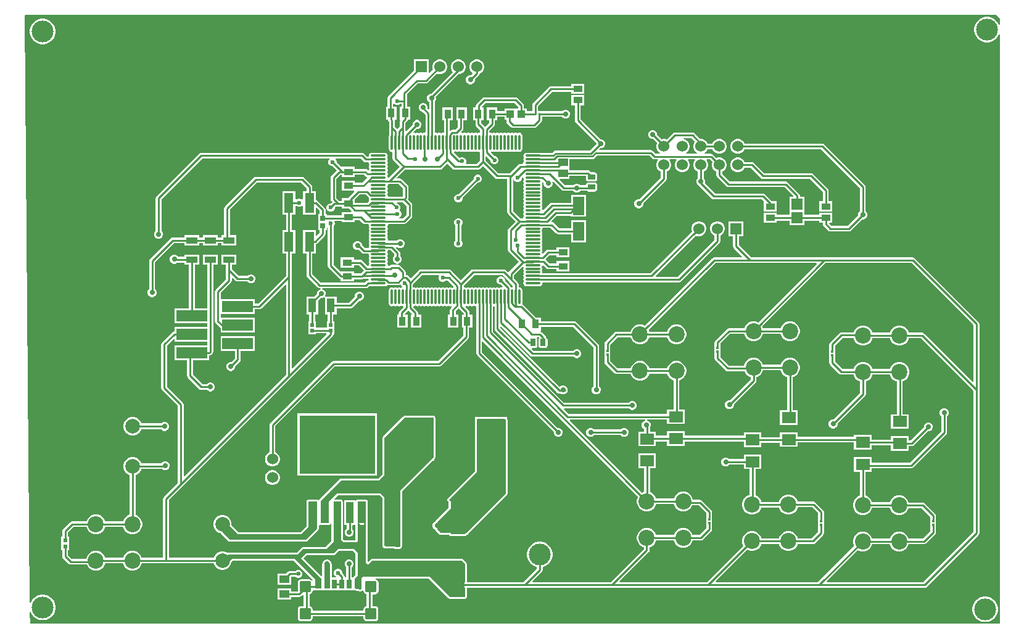
<source format=gtl>
G04*
G04 #@! TF.GenerationSoftware,Altium Limited,CircuitMaker,2.3.0 (2.3.0.3)*
G04*
G04 Layer_Physical_Order=1*
G04 Layer_Color=25308*
%FSLAX25Y25*%
%MOIN*%
G70*
G04*
G04 #@! TF.SameCoordinates,2CE33893-7A16-41D8-AC82-33CA6B9F0197*
G04*
G04*
G04 #@! TF.FilePolarity,Positive*
G04*
G01*
G75*
%ADD12C,0.01000*%
%ADD18R,0.05315X0.03937*%
%ADD19O,0.01181X0.08268*%
%ADD20O,0.08268X0.01181*%
%ADD21R,0.06102X0.03543*%
G04:AMPARAMS|DCode=22|XSize=39.37mil|YSize=28.35mil|CornerRadius=3.54mil|HoleSize=0mil|Usage=FLASHONLY|Rotation=270.000|XOffset=0mil|YOffset=0mil|HoleType=Round|Shape=RoundedRectangle|*
%AMROUNDEDRECTD22*
21,1,0.03937,0.02126,0,0,270.0*
21,1,0.03228,0.02835,0,0,270.0*
1,1,0.00709,-0.01063,-0.01614*
1,1,0.00709,-0.01063,0.01614*
1,1,0.00709,0.01063,0.01614*
1,1,0.00709,0.01063,-0.01614*
%
%ADD22ROUNDEDRECTD22*%
%ADD23R,0.03543X0.05118*%
%ADD24R,0.02047X0.02205*%
%ADD25R,0.05315X0.04134*%
%ADD26R,0.06299X0.09842*%
%ADD27R,0.05118X0.03543*%
%ADD28R,0.04331X0.07480*%
%ADD30R,0.05118X0.03543*%
%ADD31R,0.07480X0.17323*%
%ADD32R,0.02559X0.02559*%
%ADD33R,0.05118X0.10630*%
%ADD34R,0.03200X0.05000*%
%ADD35R,0.02800X0.05000*%
%ADD36R,0.03000X0.05000*%
G04:AMPARAMS|DCode=37|XSize=39.37mil|YSize=28.35mil|CornerRadius=3.54mil|HoleSize=0mil|Usage=FLASHONLY|Rotation=0.000|XOffset=0mil|YOffset=0mil|HoleType=Round|Shape=RoundedRectangle|*
%AMROUNDEDRECTD37*
21,1,0.03937,0.02126,0,0,0.0*
21,1,0.03228,0.02835,0,0,0.0*
1,1,0.00709,0.01614,-0.01063*
1,1,0.00709,-0.01614,-0.01063*
1,1,0.00709,-0.01614,0.01063*
1,1,0.00709,0.01614,0.01063*
%
%ADD37ROUNDEDRECTD37*%
%ADD38R,0.03937X0.11417*%
%ADD39R,0.40945X0.31496*%
%ADD40R,0.15157X0.21654*%
%ADD41R,0.00984X0.01378*%
%ADD42R,0.04134X0.03937*%
%ADD43R,0.07874X0.07874*%
%ADD44R,0.07480X0.05905*%
%ADD45R,0.06102X0.06102*%
%ADD46R,0.01200X0.01400*%
%ADD47R,0.16535X0.05905*%
%ADD86R,0.02362X0.01968*%
%ADD87C,0.06000*%
%ADD88R,0.06000X0.06000*%
%ADD89C,0.11811*%
%ADD90C,0.08661*%
G04:AMPARAMS|DCode=91|XSize=60mil|YSize=60mil|CornerRadius=7.5mil|HoleSize=0mil|Usage=FLASHONLY|Rotation=0.000|XOffset=0mil|YOffset=0mil|HoleType=Round|Shape=RoundedRectangle|*
%AMROUNDEDRECTD91*
21,1,0.06000,0.04500,0,0,0.0*
21,1,0.04500,0.06000,0,0,0.0*
1,1,0.01500,0.02250,-0.02250*
1,1,0.01500,-0.02250,-0.02250*
1,1,0.01500,-0.02250,0.02250*
1,1,0.01500,0.02250,0.02250*
%
%ADD91ROUNDEDRECTD91*%
%ADD92C,0.07874*%
%ADD93C,0.02362*%
%ADD94C,0.02800*%
G36*
X525000Y-1000D02*
Y-4118D01*
X524500Y-4217D01*
X524246Y-3603D01*
X523490Y-2472D01*
X522528Y-1510D01*
X521397Y-754D01*
X520140Y-234D01*
X518806Y32D01*
X517446D01*
X516112Y-234D01*
X514855Y-754D01*
X513724Y-1510D01*
X512762Y-2472D01*
X512006Y-3603D01*
X511486Y-4860D01*
X511221Y-6194D01*
Y-7554D01*
X511486Y-8888D01*
X512006Y-10145D01*
X512762Y-11276D01*
X513724Y-12238D01*
X514855Y-12994D01*
X516112Y-13514D01*
X517446Y-13780D01*
X518806D01*
X520140Y-13514D01*
X521397Y-12994D01*
X522528Y-12238D01*
X523490Y-11276D01*
X524246Y-10145D01*
X524500Y-9531D01*
X525000Y-9630D01*
Y-328000D01*
X1000D01*
X943Y-321744D01*
X1442Y-321643D01*
X1754Y-322397D01*
X2510Y-323528D01*
X3472Y-324490D01*
X4603Y-325246D01*
X5860Y-325766D01*
X7194Y-326031D01*
X8554D01*
X9888Y-325766D01*
X11145Y-325246D01*
X12276Y-324490D01*
X13238Y-323528D01*
X13994Y-322397D01*
X14514Y-321140D01*
X14780Y-319806D01*
Y-318446D01*
X14514Y-317112D01*
X13994Y-315855D01*
X13238Y-314724D01*
X12276Y-313762D01*
X11145Y-313006D01*
X9888Y-312486D01*
X8554Y-312221D01*
X7194D01*
X5860Y-312486D01*
X4603Y-313006D01*
X3472Y-313762D01*
X2510Y-314724D01*
X1754Y-315855D01*
X1397Y-316718D01*
X896Y-316620D01*
X-1997Y645D01*
X-1645Y1000D01*
X523000D01*
X525000Y-1000D01*
D02*
G37*
%LPC*%
G36*
X8554Y-969D02*
X7194D01*
X5860Y-1234D01*
X4603Y-1754D01*
X3472Y-2510D01*
X2510Y-3472D01*
X1754Y-4603D01*
X1234Y-5860D01*
X969Y-7194D01*
Y-8554D01*
X1234Y-9888D01*
X1754Y-11145D01*
X2510Y-12276D01*
X3472Y-13238D01*
X4603Y-13994D01*
X5860Y-14514D01*
X7194Y-14780D01*
X8554D01*
X9888Y-14514D01*
X11145Y-13994D01*
X12276Y-13238D01*
X13238Y-12276D01*
X13994Y-11145D01*
X14514Y-9888D01*
X14780Y-8554D01*
Y-7194D01*
X14514Y-5860D01*
X13994Y-4603D01*
X13238Y-3472D01*
X12276Y-2510D01*
X11145Y-1754D01*
X9888Y-1234D01*
X8554Y-969D01*
D02*
G37*
G36*
X233027Y-23000D02*
X231973D01*
X230956Y-23273D01*
X230044Y-23799D01*
X229299Y-24544D01*
X228773Y-25456D01*
X228500Y-26473D01*
Y-27527D01*
X228773Y-28544D01*
X229299Y-29456D01*
X229590Y-29747D01*
X217737Y-41600D01*
X217523D01*
X216640Y-41965D01*
X215965Y-42641D01*
X215600Y-43523D01*
Y-44477D01*
X215965Y-45360D01*
X216640Y-46035D01*
X216675Y-46049D01*
Y-49859D01*
X216213Y-50050D01*
X215824Y-49661D01*
X215900Y-49477D01*
Y-48523D01*
X215535Y-47640D01*
X214860Y-46965D01*
X213977Y-46600D01*
X213023D01*
X212140Y-46965D01*
X211465Y-47640D01*
X211100Y-48523D01*
Y-49477D01*
X211465Y-50359D01*
X212140Y-51035D01*
X213023Y-51400D01*
X213237D01*
X214707Y-52870D01*
Y-62296D01*
X214320Y-62613D01*
X214268Y-62603D01*
X213647Y-62726D01*
X213283Y-62969D01*
X212920Y-62726D01*
X212299Y-62603D01*
X211679Y-62726D01*
X211315Y-62969D01*
X210951Y-62726D01*
X210331Y-62603D01*
X209710Y-62726D01*
X209347Y-62969D01*
X208983Y-62726D01*
X208473Y-62625D01*
X208310Y-62308D01*
X208276Y-62115D01*
X209876Y-60514D01*
X210591D01*
X211473Y-60148D01*
X212148Y-59473D01*
X212514Y-58591D01*
Y-57636D01*
X212148Y-56754D01*
X211473Y-56079D01*
X210591Y-55714D01*
X209636D01*
X208754Y-56079D01*
X208079Y-56754D01*
X207714Y-57636D01*
Y-58351D01*
X204448Y-61616D01*
X203986Y-61425D01*
Y-57177D01*
X204822Y-56341D01*
X205153Y-55845D01*
X205210Y-55559D01*
X206512D01*
Y-48441D01*
X204769D01*
Y-45500D01*
Y-41893D01*
X210633Y-36029D01*
X215000D01*
X215585Y-35913D01*
X216081Y-35581D01*
X220943Y-30720D01*
X220956Y-30727D01*
X221973Y-31000D01*
X223027D01*
X224044Y-30727D01*
X224956Y-30201D01*
X225701Y-29456D01*
X226227Y-28544D01*
X226500Y-27527D01*
Y-26473D01*
X226227Y-25456D01*
X225701Y-24544D01*
X224956Y-23799D01*
X224044Y-23273D01*
X223027Y-23000D01*
X221973D01*
X220956Y-23273D01*
X220044Y-23799D01*
X219299Y-24544D01*
X218773Y-25456D01*
X218500Y-26473D01*
Y-27527D01*
X218773Y-28544D01*
X218780Y-28557D01*
X216962Y-30375D01*
X216500Y-30184D01*
Y-23000D01*
X208500D01*
Y-28837D01*
X194678Y-42659D01*
X194347Y-43155D01*
X194230Y-43740D01*
Y-48441D01*
X193488D01*
Y-55559D01*
X194482D01*
X194587Y-56085D01*
X194919Y-56581D01*
X195022Y-56685D01*
Y-59791D01*
Y-63760D01*
X194930Y-64224D01*
Y-71311D01*
X195053Y-71932D01*
X195405Y-72458D01*
X195931Y-72809D01*
X196551Y-72933D01*
X196604Y-72922D01*
X196990Y-73239D01*
Y-76520D01*
X197107Y-77105D01*
X197438Y-77601D01*
X200837Y-81000D01*
X194915Y-86922D01*
X194791Y-86906D01*
X194405Y-86725D01*
X194309Y-86242D01*
X194066Y-85878D01*
X194309Y-85514D01*
X194433Y-84894D01*
X194309Y-84273D01*
X194066Y-83909D01*
X194309Y-83546D01*
X194433Y-82925D01*
X194309Y-82305D01*
X194066Y-81941D01*
X194309Y-81577D01*
X194433Y-80957D01*
X194309Y-80336D01*
X194066Y-79972D01*
X194309Y-79609D01*
X194433Y-78988D01*
X194309Y-78368D01*
X194066Y-78004D01*
X194309Y-77640D01*
X194433Y-77020D01*
X194309Y-76399D01*
X194066Y-76035D01*
X194309Y-75672D01*
X194433Y-75051D01*
X194309Y-74431D01*
X193958Y-73904D01*
X193432Y-73553D01*
X192811Y-73430D01*
X185724D01*
X185104Y-73553D01*
X184578Y-73904D01*
X184226Y-74431D01*
X184103Y-75051D01*
X184109Y-75084D01*
X183792Y-75471D01*
X183133D01*
X181581Y-73919D01*
X181085Y-73587D01*
X180500Y-73471D01*
X93500D01*
X92915Y-73587D01*
X92419Y-73919D01*
X69419Y-96919D01*
X69087Y-97415D01*
X68971Y-98000D01*
Y-115635D01*
X68465Y-116140D01*
X68100Y-117023D01*
Y-117977D01*
X68465Y-118860D01*
X69140Y-119535D01*
X70023Y-119900D01*
X70977D01*
X71860Y-119535D01*
X72535Y-118860D01*
X72900Y-117977D01*
Y-117023D01*
X72535Y-116140D01*
X72029Y-115635D01*
Y-98633D01*
X94134Y-76529D01*
X162679D01*
X162886Y-77029D01*
X162651Y-77264D01*
X162319Y-78066D01*
Y-78934D01*
X162651Y-79735D01*
X163265Y-80349D01*
X164066Y-80681D01*
X164518D01*
X166837Y-83000D01*
X163919Y-85919D01*
X163587Y-86415D01*
X163471Y-87000D01*
Y-98500D01*
X163587Y-99085D01*
X163919Y-99581D01*
X164337Y-100000D01*
X163518Y-100819D01*
X163066D01*
X162265Y-101151D01*
X161651Y-101765D01*
X161319Y-102566D01*
Y-103434D01*
X161651Y-104235D01*
X162265Y-104849D01*
X163066Y-105181D01*
X163934D01*
X164735Y-104849D01*
X165349Y-104235D01*
X165681Y-103434D01*
Y-102982D01*
X166133Y-102529D01*
X169441D01*
Y-103532D01*
X173369D01*
X174844Y-105007D01*
X174652Y-105468D01*
X169441D01*
Y-107290D01*
X161466D01*
Y-106612D01*
X160716D01*
Y-104186D01*
X160599Y-103601D01*
X160268Y-103105D01*
X156581Y-99419D01*
X156085Y-99087D01*
X155571Y-98985D01*
Y-94185D01*
X153541D01*
Y-92012D01*
X153425Y-91426D01*
X153093Y-90930D01*
X149081Y-86919D01*
X148585Y-86587D01*
X148000Y-86471D01*
X123000D01*
X122415Y-86587D01*
X121919Y-86919D01*
X106419Y-102419D01*
X106087Y-102915D01*
X105971Y-103500D01*
Y-118012D01*
X104449D01*
Y-119254D01*
X102551D01*
Y-118012D01*
X94449D01*
Y-119254D01*
X92551D01*
Y-118012D01*
X84449D01*
Y-119254D01*
X78216D01*
X77631Y-119370D01*
X77135Y-119702D01*
X65919Y-130919D01*
X65587Y-131415D01*
X65471Y-132000D01*
Y-147135D01*
X64965Y-147641D01*
X64600Y-148523D01*
Y-149477D01*
X64965Y-150359D01*
X65640Y-151035D01*
X66523Y-151400D01*
X67477D01*
X68360Y-151035D01*
X69035Y-150359D01*
X69400Y-149477D01*
Y-148523D01*
X69035Y-147641D01*
X68529Y-147135D01*
Y-132633D01*
X78850Y-122313D01*
X84449D01*
Y-123555D01*
X92551D01*
Y-122313D01*
X94449D01*
Y-123555D01*
X102551D01*
Y-122313D01*
X104449D01*
Y-123555D01*
X112551D01*
Y-118012D01*
X109029D01*
Y-104133D01*
X123634Y-89529D01*
X147366D01*
X150482Y-92645D01*
Y-94185D01*
X148453D01*
Y-98661D01*
X147953Y-98868D01*
X147736Y-98651D01*
X146934Y-98319D01*
X146066D01*
X145264Y-98651D01*
X145047Y-98868D01*
X144547Y-98723D01*
Y-94185D01*
X137429D01*
Y-106815D01*
X139459D01*
Y-115185D01*
X137429D01*
Y-127815D01*
X139459D01*
Y-139866D01*
X124355Y-154971D01*
X122571D01*
Y-152547D01*
X104529D01*
X104035Y-152547D01*
X104029Y-152050D01*
Y-149134D01*
X109581Y-143581D01*
X109913Y-143085D01*
X110029Y-142500D01*
Y-141204D01*
X110491Y-141013D01*
X112060Y-142581D01*
X112557Y-142913D01*
X113142Y-143029D01*
X118635D01*
X119141Y-143535D01*
X120023Y-143900D01*
X120977D01*
X121860Y-143535D01*
X122535Y-142859D01*
X122900Y-141977D01*
Y-141023D01*
X122535Y-140140D01*
X121860Y-139465D01*
X120977Y-139100D01*
X120023D01*
X119141Y-139465D01*
X118635Y-139971D01*
X113775D01*
X110029Y-136225D01*
Y-133988D01*
X112551D01*
Y-128445D01*
X104449D01*
Y-133988D01*
X106971D01*
Y-136858D01*
Y-141867D01*
X101419Y-147419D01*
X101087Y-147915D01*
X100971Y-148500D01*
Y-164500D01*
X101087Y-165085D01*
X101419Y-165581D01*
X103919Y-168081D01*
X104035Y-168159D01*
Y-170453D01*
X122571D01*
Y-162547D01*
X104035D01*
X104029Y-162050D01*
Y-160950D01*
X104035Y-160453D01*
X104529Y-160453D01*
X122571D01*
Y-158029D01*
X124988D01*
X125574Y-157913D01*
X126070Y-157581D01*
X138997Y-144654D01*
X139459Y-144846D01*
Y-193378D01*
X84491Y-248346D01*
X84029Y-248154D01*
Y-209500D01*
X83913Y-208915D01*
X83581Y-208419D01*
X75029Y-199866D01*
Y-177634D01*
X78770Y-173892D01*
X79232Y-174084D01*
Y-175453D01*
X96971D01*
Y-177547D01*
X79232D01*
Y-185453D01*
X85971D01*
Y-194000D01*
X86087Y-194585D01*
X86419Y-195081D01*
X92419Y-201081D01*
X92915Y-201413D01*
X93500Y-201529D01*
X96635D01*
X97141Y-202035D01*
X98023Y-202400D01*
X98977D01*
X99859Y-202035D01*
X100535Y-201360D01*
X100900Y-200477D01*
Y-199523D01*
X100535Y-198641D01*
X99859Y-197965D01*
X98977Y-197600D01*
X98023D01*
X97141Y-197965D01*
X96635Y-198471D01*
X94134D01*
X89029Y-193367D01*
Y-185453D01*
X97768D01*
Y-183029D01*
X98000D01*
X98585Y-182913D01*
X99081Y-182581D01*
X99581Y-182081D01*
X99913Y-181585D01*
X100029Y-181000D01*
Y-133988D01*
X102551D01*
Y-128445D01*
X94449D01*
Y-133988D01*
X96971D01*
Y-157547D01*
X90029D01*
Y-133988D01*
X92551D01*
Y-128445D01*
X84449D01*
Y-129687D01*
X81054D01*
X81035Y-129640D01*
X80360Y-128965D01*
X79477Y-128600D01*
X78523D01*
X77640Y-128965D01*
X76965Y-129640D01*
X76600Y-130523D01*
Y-131477D01*
X76965Y-132360D01*
X77640Y-133035D01*
X78523Y-133400D01*
X79477D01*
X80360Y-133035D01*
X80648Y-132746D01*
X84449D01*
Y-133988D01*
X86971D01*
Y-157547D01*
X79232D01*
Y-165453D01*
X96971D01*
Y-167547D01*
X79232D01*
Y-169971D01*
X79000D01*
X78415Y-170087D01*
X77919Y-170419D01*
X72419Y-175919D01*
X72087Y-176415D01*
X71971Y-177000D01*
Y-200500D01*
X72087Y-201085D01*
X72419Y-201581D01*
X80971Y-210134D01*
Y-251867D01*
X73419Y-259419D01*
X73087Y-259915D01*
X72971Y-260500D01*
Y-292313D01*
X61452D01*
X61310Y-291785D01*
X60608Y-290569D01*
X59616Y-289577D01*
X58400Y-288875D01*
X57044Y-288512D01*
X55641D01*
X54285Y-288875D01*
X53069Y-289577D01*
X52077Y-290569D01*
X51375Y-291785D01*
X51234Y-292313D01*
X41766D01*
X41625Y-291785D01*
X40923Y-290569D01*
X39931Y-289577D01*
X38715Y-288875D01*
X37359Y-288512D01*
X35956D01*
X34600Y-288875D01*
X33384Y-289577D01*
X32392Y-290569D01*
X31690Y-291785D01*
X31372Y-292971D01*
X23633D01*
X21529Y-290866D01*
Y-288256D01*
X22181D01*
Y-284713D01*
Y-280744D01*
X21529D01*
Y-278633D01*
X24476Y-275687D01*
X31549D01*
X31690Y-276215D01*
X32392Y-277431D01*
X33384Y-278423D01*
X34600Y-279125D01*
X35956Y-279488D01*
X37359D01*
X38715Y-279125D01*
X39931Y-278423D01*
X40923Y-277431D01*
X41625Y-276215D01*
X41766Y-275687D01*
X51234D01*
X51375Y-276215D01*
X52077Y-277431D01*
X53069Y-278423D01*
X54285Y-279125D01*
X55641Y-279488D01*
X57044D01*
X58400Y-279125D01*
X59616Y-278423D01*
X60608Y-277431D01*
X61310Y-276215D01*
X61673Y-274859D01*
Y-273456D01*
X61310Y-272100D01*
X60608Y-270884D01*
X59616Y-269892D01*
X58400Y-269190D01*
X58029Y-269091D01*
Y-247564D01*
X58406Y-247463D01*
X59531Y-246813D01*
X60451Y-245894D01*
X61101Y-244768D01*
X61201Y-244392D01*
X72497D01*
X72641Y-244535D01*
X73523Y-244900D01*
X74477D01*
X75359Y-244535D01*
X76035Y-243860D01*
X76400Y-242977D01*
Y-242023D01*
X76035Y-241141D01*
X75359Y-240465D01*
X74477Y-240100D01*
X73523D01*
X72641Y-240465D01*
X71965Y-241141D01*
X71886Y-241333D01*
X61201D01*
X61101Y-240957D01*
X60451Y-239831D01*
X59531Y-238912D01*
X58406Y-238262D01*
X57150Y-237925D01*
X55850D01*
X54594Y-238262D01*
X53469Y-238912D01*
X52549Y-239831D01*
X51899Y-240957D01*
X51563Y-242212D01*
Y-243512D01*
X51899Y-244768D01*
X52549Y-245894D01*
X53469Y-246813D01*
X54594Y-247463D01*
X54971Y-247564D01*
Y-269006D01*
X54285Y-269190D01*
X53069Y-269892D01*
X52077Y-270884D01*
X51375Y-272100D01*
X51234Y-272628D01*
X41766D01*
X41625Y-272100D01*
X40923Y-270884D01*
X39931Y-269892D01*
X38715Y-269190D01*
X37359Y-268827D01*
X35956D01*
X34600Y-269190D01*
X33384Y-269892D01*
X32392Y-270884D01*
X31690Y-272100D01*
X31549Y-272628D01*
X23843D01*
X23257Y-272744D01*
X22761Y-273076D01*
X18919Y-276919D01*
X18587Y-277415D01*
X18471Y-278000D01*
Y-280744D01*
X17819D01*
Y-284713D01*
Y-288256D01*
X18471D01*
Y-291500D01*
X18587Y-292085D01*
X18919Y-292581D01*
X21919Y-295581D01*
X22415Y-295913D01*
X23000Y-296029D01*
X31765D01*
X32392Y-297116D01*
X33384Y-298108D01*
X34600Y-298810D01*
X35956Y-299173D01*
X37359D01*
X38715Y-298810D01*
X39931Y-298108D01*
X40923Y-297116D01*
X41625Y-295900D01*
X41766Y-295372D01*
X51234D01*
X51375Y-295900D01*
X52077Y-297116D01*
X53069Y-298108D01*
X54285Y-298810D01*
X55641Y-299173D01*
X57044D01*
X58400Y-298810D01*
X59616Y-298108D01*
X60608Y-297116D01*
X61310Y-295900D01*
X61452Y-295372D01*
X100299D01*
X100399Y-295748D01*
X101049Y-296874D01*
X101969Y-297793D01*
X103094Y-298443D01*
X104350Y-298780D01*
X105650D01*
X106906Y-298443D01*
X108031Y-297793D01*
X108951Y-296874D01*
X109601Y-295748D01*
X109932Y-294510D01*
X110422Y-294020D01*
X143578D01*
X153852Y-304294D01*
X153817Y-304526D01*
X153293Y-304643D01*
X153216Y-304528D01*
X152638Y-304141D01*
X151955Y-304005D01*
X147455D01*
X146772Y-304141D01*
X146193Y-304528D01*
X145806Y-305107D01*
X145670Y-305789D01*
Y-310289D01*
X145573Y-310408D01*
X142157D01*
Y-308968D01*
X134843D01*
Y-314906D01*
X142157D01*
Y-313466D01*
X146595D01*
X147180Y-313350D01*
X147676Y-313018D01*
X148471Y-312224D01*
X148971Y-312431D01*
Y-318466D01*
X147463D01*
X146780Y-318601D01*
X146201Y-318988D01*
X145814Y-319567D01*
X145678Y-320250D01*
Y-324750D01*
X145814Y-325433D01*
X146201Y-326012D01*
X146780Y-326398D01*
X147463Y-326534D01*
X151963D01*
X152645Y-326398D01*
X153224Y-326012D01*
X153611Y-325433D01*
X153747Y-324750D01*
Y-324029D01*
X181253D01*
Y-324750D01*
X181389Y-325433D01*
X181776Y-326012D01*
X182355Y-326398D01*
X183037Y-326534D01*
X187537D01*
X188220Y-326398D01*
X188799Y-326012D01*
X189186Y-325433D01*
X189322Y-324750D01*
Y-320250D01*
X189186Y-319567D01*
X188799Y-318988D01*
X188220Y-318601D01*
X187537Y-318466D01*
X186037D01*
Y-312074D01*
X187545D01*
X188228Y-311938D01*
X188807Y-311551D01*
X189194Y-310972D01*
X189330Y-310289D01*
Y-305789D01*
X189194Y-305107D01*
X188807Y-304528D01*
X188228Y-304141D01*
X187618Y-304020D01*
X187667Y-303520D01*
X216578D01*
X227260Y-314202D01*
Y-314287D01*
X227379D01*
X227610Y-314442D01*
X228000Y-314520D01*
X236000D01*
X236390Y-314442D01*
X236621Y-314287D01*
X236740D01*
Y-314192D01*
X236942Y-313890D01*
X237020Y-313500D01*
Y-308529D01*
X484500D01*
X485085Y-308413D01*
X485581Y-308081D01*
X513581Y-280081D01*
X513913Y-279585D01*
X514029Y-279000D01*
Y-201500D01*
Y-166000D01*
X513913Y-165415D01*
X513581Y-164919D01*
X479081Y-130419D01*
X478585Y-130087D01*
X478000Y-129971D01*
X390634D01*
X384029Y-123366D01*
Y-118500D01*
X386500D01*
Y-110500D01*
X378500D01*
Y-118500D01*
X380971D01*
Y-124000D01*
X381087Y-124585D01*
X381419Y-125081D01*
X385846Y-129509D01*
X385654Y-129971D01*
X370815D01*
X370230Y-130087D01*
X369734Y-130419D01*
X333189Y-166964D01*
X332715Y-166690D01*
X331359Y-166327D01*
X329956D01*
X328600Y-166690D01*
X327384Y-167392D01*
X326392Y-168384D01*
X325690Y-169600D01*
X325549Y-170128D01*
X317843D01*
X317257Y-170245D01*
X316761Y-170576D01*
X311919Y-175419D01*
X311587Y-175915D01*
X311471Y-176500D01*
Y-178800D01*
X311400D01*
Y-182200D01*
Y-184201D01*
X311471D01*
Y-186500D01*
X311587Y-187085D01*
X311919Y-187581D01*
X316919Y-192581D01*
X317415Y-192913D01*
X318000Y-193029D01*
X325591D01*
X325690Y-193400D01*
X326392Y-194616D01*
X327384Y-195608D01*
X328600Y-196310D01*
X329956Y-196673D01*
X331359D01*
X332715Y-196310D01*
X333931Y-195608D01*
X334923Y-194616D01*
X335625Y-193400D01*
X335766Y-192872D01*
X345234D01*
X345375Y-193400D01*
X346077Y-194616D01*
X347069Y-195608D01*
X348285Y-196310D01*
X348813Y-196451D01*
Y-212142D01*
X345260D01*
Y-214565D01*
X292228D01*
X289654Y-211991D01*
X289846Y-211529D01*
X324635D01*
X325141Y-212035D01*
X326023Y-212400D01*
X326977D01*
X327859Y-212035D01*
X328535Y-211360D01*
X328900Y-210477D01*
Y-209523D01*
X328535Y-208641D01*
X327859Y-207965D01*
X326977Y-207600D01*
X326023D01*
X325141Y-207965D01*
X324635Y-208471D01*
X289633D01*
X251230Y-170067D01*
Y-156704D01*
X251617Y-156387D01*
X251669Y-156397D01*
X251722Y-156387D01*
X252108Y-156704D01*
Y-168638D01*
X252225Y-169223D01*
X252556Y-169719D01*
X285919Y-203081D01*
X286415Y-203413D01*
X287000Y-203529D01*
X287635D01*
X287641Y-203535D01*
X288523Y-203900D01*
X289477D01*
X290359Y-203535D01*
X290455Y-203439D01*
X290585Y-203413D01*
X291081Y-203081D01*
X291413Y-202585D01*
X291529Y-202000D01*
X291413Y-201415D01*
X291400Y-201395D01*
Y-201023D01*
X291035Y-200141D01*
X290359Y-199465D01*
X289477Y-199100D01*
X288523D01*
X287641Y-199465D01*
X287134Y-199971D01*
X255167Y-168004D01*
Y-167483D01*
X255629Y-167292D01*
X271419Y-183081D01*
X271915Y-183413D01*
X272500Y-183529D01*
X294635D01*
X295141Y-184035D01*
X296023Y-184400D01*
X296977D01*
X297860Y-184035D01*
X298535Y-183360D01*
X298900Y-182477D01*
Y-181523D01*
X298535Y-180640D01*
X297860Y-179965D01*
X296977Y-179600D01*
X296023D01*
X295141Y-179965D01*
X294635Y-180471D01*
X273133D01*
X272158Y-179495D01*
X272365Y-178995D01*
X273807D01*
X274336Y-178890D01*
X274783Y-178591D01*
X275083Y-178143D01*
X275188Y-177614D01*
Y-174386D01*
X275083Y-173857D01*
X274864Y-173529D01*
X275013Y-173120D01*
X275085Y-173029D01*
X275867D01*
X276219Y-173382D01*
X276217Y-173409D01*
X275917Y-173857D01*
X275812Y-174386D01*
Y-177614D01*
X275917Y-178143D01*
X276217Y-178591D01*
X276664Y-178890D01*
X277193Y-178995D01*
X279319D01*
X279847Y-178890D01*
X280295Y-178591D01*
X280595Y-178143D01*
X280700Y-177614D01*
Y-174386D01*
X280595Y-173857D01*
X280295Y-173409D01*
X279847Y-173110D01*
X279752Y-173091D01*
X279669Y-172671D01*
X279337Y-172175D01*
X277581Y-170419D01*
X277085Y-170087D01*
X276945Y-170059D01*
X276994Y-169559D01*
X277012D01*
Y-167529D01*
X294367D01*
X305471Y-178633D01*
Y-199635D01*
X304965Y-200141D01*
X304600Y-201023D01*
Y-201977D01*
X304965Y-202859D01*
X305641Y-203535D01*
X306523Y-203900D01*
X307477D01*
X308360Y-203535D01*
X309035Y-202859D01*
X309400Y-201977D01*
Y-201023D01*
X309035Y-200141D01*
X308529Y-199635D01*
Y-178000D01*
X308413Y-177415D01*
X308081Y-176919D01*
X296081Y-164919D01*
X295585Y-164587D01*
X295000Y-164471D01*
X277012D01*
Y-162441D01*
X274604D01*
X267581Y-155419D01*
X267085Y-155087D01*
X267011Y-155072D01*
X267071Y-154776D01*
Y-147689D01*
X266947Y-147068D01*
X266596Y-146542D01*
X266069Y-146191D01*
X265449Y-146067D01*
X265416Y-146074D01*
X265029Y-145757D01*
Y-144500D01*
X264913Y-143915D01*
X264581Y-143419D01*
X262529Y-141367D01*
Y-139418D01*
X267070Y-134878D01*
X267612Y-134989D01*
X267768Y-135339D01*
X267691Y-135454D01*
X267567Y-136075D01*
X267691Y-136695D01*
X267934Y-137059D01*
X267691Y-137423D01*
X267567Y-138043D01*
X267691Y-138664D01*
X267934Y-139028D01*
X267691Y-139391D01*
X267567Y-140012D01*
X267691Y-140632D01*
X267934Y-140996D01*
X267691Y-141360D01*
X267567Y-141980D01*
X267691Y-142601D01*
X267934Y-142965D01*
X267691Y-143328D01*
X267567Y-143949D01*
X267691Y-144569D01*
X268042Y-145096D01*
X268568Y-145447D01*
X269189Y-145571D01*
X276276D01*
X276896Y-145447D01*
X277422Y-145096D01*
X277774Y-144569D01*
X277897Y-143949D01*
X277887Y-143896D01*
X278204Y-143510D01*
X351811D01*
X352396Y-143393D01*
X352892Y-143062D01*
X373581Y-122373D01*
X373913Y-121877D01*
X374029Y-121291D01*
Y-118231D01*
X374044Y-118227D01*
X374956Y-117701D01*
X375701Y-116956D01*
X376227Y-116044D01*
X376500Y-115027D01*
Y-113973D01*
X376227Y-112956D01*
X375701Y-112044D01*
X374956Y-111299D01*
X374044Y-110773D01*
X373027Y-110500D01*
X371973D01*
X370956Y-110773D01*
X370044Y-111299D01*
X369299Y-112044D01*
X368773Y-112956D01*
X368500Y-113973D01*
Y-115027D01*
X368773Y-116044D01*
X369299Y-116956D01*
X370044Y-117701D01*
X370956Y-118227D01*
X370971Y-118231D01*
Y-120658D01*
X351178Y-140451D01*
X339365D01*
X339174Y-139989D01*
X360943Y-118220D01*
X360956Y-118227D01*
X361973Y-118500D01*
X363027D01*
X364044Y-118227D01*
X364956Y-117701D01*
X365701Y-116956D01*
X366227Y-116044D01*
X366500Y-115027D01*
Y-113973D01*
X366227Y-112956D01*
X365701Y-112044D01*
X364956Y-111299D01*
X364044Y-110773D01*
X363027Y-110500D01*
X361973D01*
X360956Y-110773D01*
X360044Y-111299D01*
X359299Y-112044D01*
X358773Y-112956D01*
X358500Y-113973D01*
Y-115027D01*
X358773Y-116044D01*
X358780Y-116057D01*
X336355Y-138482D01*
X278204D01*
X277887Y-138096D01*
X277897Y-138043D01*
X277774Y-137423D01*
X277531Y-137059D01*
X277774Y-136695D01*
X277897Y-136075D01*
X277774Y-135454D01*
X277531Y-135090D01*
X277774Y-134727D01*
X277831Y-134441D01*
X278373Y-134276D01*
X279919Y-135822D01*
X280415Y-136153D01*
X281000Y-136270D01*
X285441D01*
Y-137512D01*
X292559D01*
Y-131968D01*
X285441D01*
Y-133211D01*
X281633D01*
X279776Y-131354D01*
X279753Y-130670D01*
X281633Y-128789D01*
X285441D01*
Y-130032D01*
X292559D01*
Y-124488D01*
X285441D01*
Y-125731D01*
X281000D01*
X280415Y-125847D01*
X279919Y-126178D01*
X278272Y-127825D01*
X277794Y-127680D01*
X277774Y-127580D01*
X277531Y-127216D01*
X277774Y-126853D01*
X277897Y-126232D01*
X277774Y-125612D01*
X277531Y-125248D01*
X277774Y-124884D01*
X277897Y-124264D01*
X277774Y-123643D01*
X277531Y-123280D01*
X277774Y-122916D01*
X277897Y-122295D01*
X277774Y-121675D01*
X277531Y-121311D01*
X277774Y-120947D01*
X277897Y-120327D01*
X277774Y-119706D01*
X277531Y-119343D01*
X277774Y-118979D01*
X277897Y-118358D01*
X277774Y-117738D01*
X277531Y-117374D01*
X277774Y-117010D01*
X277897Y-116390D01*
X277774Y-115769D01*
X277531Y-115405D01*
X277774Y-115042D01*
X277897Y-114421D01*
X277887Y-114369D01*
X278204Y-113982D01*
X282319D01*
X285304Y-116967D01*
X285801Y-117299D01*
X286386Y-117415D01*
X293350D01*
Y-121807D01*
X301650D01*
Y-109965D01*
X293350D01*
Y-114356D01*
X287019D01*
X284034Y-111371D01*
X283538Y-111040D01*
X282953Y-110923D01*
X282893D01*
X282701Y-110461D01*
X285633Y-107529D01*
X293000D01*
X293350Y-107817D01*
Y-108031D01*
X301650D01*
Y-96189D01*
X293350D01*
Y-100471D01*
X283000D01*
X282415Y-100587D01*
X281919Y-100919D01*
X278382Y-104455D01*
X277840Y-104290D01*
X277774Y-103958D01*
X277531Y-103595D01*
X277774Y-103231D01*
X277897Y-102610D01*
X277774Y-101990D01*
X277531Y-101626D01*
X277774Y-101262D01*
X277897Y-100642D01*
X277774Y-100021D01*
X277531Y-99657D01*
X277774Y-99294D01*
X277897Y-98673D01*
X277774Y-98053D01*
X277531Y-97689D01*
X277774Y-97325D01*
X277897Y-96705D01*
X277774Y-96084D01*
X277531Y-95720D01*
X277774Y-95357D01*
X277897Y-94736D01*
X277774Y-94116D01*
X277531Y-93752D01*
X277774Y-93388D01*
X277897Y-92768D01*
X277774Y-92147D01*
X277531Y-91783D01*
X277774Y-91420D01*
X277897Y-90799D01*
X277774Y-90179D01*
X277674Y-90030D01*
X277846Y-89643D01*
X278367Y-89530D01*
X278600Y-89763D01*
Y-90477D01*
X278965Y-91360D01*
X279641Y-92035D01*
X280523Y-92400D01*
X281477D01*
X282360Y-92035D01*
X283035Y-91360D01*
X283400Y-90477D01*
Y-89523D01*
X283221Y-89091D01*
X283645Y-88808D01*
X288419Y-93581D01*
X288915Y-93913D01*
X289500Y-94029D01*
X294635D01*
X295141Y-94535D01*
X296023Y-94900D01*
X296977D01*
X297860Y-94535D01*
X298365Y-94029D01*
X301895D01*
X301909Y-94051D01*
X302357Y-94351D01*
X302886Y-94456D01*
X306114D01*
X306643Y-94351D01*
X307091Y-94051D01*
X307390Y-93603D01*
X307495Y-93075D01*
Y-90949D01*
X307390Y-90420D01*
X307091Y-89972D01*
X306643Y-89673D01*
X306114Y-89568D01*
X302886D01*
X302357Y-89673D01*
X301909Y-89972D01*
X301610Y-90420D01*
X301505Y-90949D01*
Y-90971D01*
X298365D01*
X297860Y-90465D01*
X296977Y-90100D01*
X296023D01*
X295141Y-90465D01*
X294635Y-90971D01*
X290134D01*
X287144Y-87982D01*
X287336Y-87520D01*
X292657D01*
Y-85982D01*
X301505D01*
Y-87563D01*
X301610Y-88091D01*
X301909Y-88539D01*
X302357Y-88839D01*
X302886Y-88944D01*
X306114D01*
X306643Y-88839D01*
X307091Y-88539D01*
X307390Y-88091D01*
X307495Y-87563D01*
Y-85437D01*
X307390Y-84909D01*
X307091Y-84461D01*
X306643Y-84161D01*
X306114Y-84056D01*
X304219D01*
X303534Y-83371D01*
X303038Y-83040D01*
X302453Y-82923D01*
X292657D01*
Y-76910D01*
X304882D01*
X305468Y-76793D01*
X305964Y-76462D01*
X307396Y-75029D01*
X335866D01*
X337419Y-76581D01*
X337915Y-76913D01*
X338500Y-77029D01*
X340160D01*
X340352Y-77491D01*
X340299Y-77544D01*
X339773Y-78456D01*
X339500Y-79473D01*
Y-80527D01*
X339773Y-81544D01*
X340299Y-82456D01*
X341044Y-83201D01*
X341956Y-83727D01*
X341971Y-83731D01*
Y-86866D01*
X330237Y-98600D01*
X329523D01*
X328641Y-98965D01*
X327965Y-99641D01*
X327600Y-100523D01*
Y-101477D01*
X327965Y-102359D01*
X328641Y-103035D01*
X329523Y-103400D01*
X330477D01*
X331360Y-103035D01*
X332035Y-102359D01*
X332400Y-101477D01*
Y-100763D01*
X344581Y-88581D01*
X344913Y-88085D01*
X345029Y-87500D01*
Y-83731D01*
X345044Y-83727D01*
X345956Y-83201D01*
X346701Y-82456D01*
X347227Y-81544D01*
X347500Y-80527D01*
Y-79473D01*
X347227Y-78456D01*
X346701Y-77544D01*
X346648Y-77491D01*
X346839Y-77029D01*
X350161D01*
X350352Y-77491D01*
X350299Y-77544D01*
X349773Y-78456D01*
X349500Y-79473D01*
Y-80527D01*
X349773Y-81544D01*
X350299Y-82456D01*
X351044Y-83201D01*
X351956Y-83727D01*
X352973Y-84000D01*
X354027D01*
X355044Y-83727D01*
X355956Y-83201D01*
X356701Y-82456D01*
X357227Y-81544D01*
X357500Y-80527D01*
Y-79473D01*
X357227Y-78456D01*
X356701Y-77544D01*
X356648Y-77491D01*
X356839Y-77029D01*
X360160D01*
X360352Y-77491D01*
X360299Y-77544D01*
X359773Y-78456D01*
X359500Y-79473D01*
Y-80527D01*
X359773Y-81544D01*
X360299Y-82456D01*
X361044Y-83201D01*
X361956Y-83727D01*
X361971Y-83731D01*
Y-87135D01*
X361465Y-87641D01*
X361100Y-88523D01*
Y-89477D01*
X361465Y-90359D01*
X362140Y-91035D01*
X362535Y-91198D01*
X369419Y-98081D01*
X369915Y-98413D01*
X370500Y-98529D01*
X396367D01*
X397152Y-99315D01*
X397441Y-99677D01*
X397441D01*
X397441Y-99677D01*
Y-105220D01*
X404559D01*
Y-99677D01*
X401840D01*
X398081Y-95919D01*
X397585Y-95587D01*
X397000Y-95471D01*
X371133D01*
X365677Y-90015D01*
X365900Y-89477D01*
Y-88523D01*
X365535Y-87641D01*
X365029Y-87135D01*
Y-83731D01*
X365044Y-83727D01*
X365956Y-83201D01*
X366701Y-82456D01*
X367227Y-81544D01*
X367500Y-80527D01*
Y-79473D01*
X367227Y-78456D01*
X366701Y-77544D01*
X366648Y-77491D01*
X366840Y-77029D01*
X368367D01*
X369780Y-78443D01*
X369773Y-78456D01*
X369500Y-79473D01*
Y-80527D01*
X369773Y-81544D01*
X370299Y-82456D01*
X371044Y-83201D01*
X371956Y-83727D01*
X371971Y-83731D01*
Y-85500D01*
X372087Y-86085D01*
X372419Y-86581D01*
X377419Y-91581D01*
X377915Y-91913D01*
X378500Y-92029D01*
X408867D01*
X413644Y-96807D01*
X413437Y-97307D01*
X411449D01*
Y-105409D01*
Y-107022D01*
X404559D01*
Y-105780D01*
X397441D01*
Y-111323D01*
X404559D01*
Y-110081D01*
X411449D01*
Y-112693D01*
X419551D01*
Y-110081D01*
X427441D01*
Y-111323D01*
X429471D01*
Y-112000D01*
X429587Y-112585D01*
X429919Y-113081D01*
X432419Y-115581D01*
X432915Y-115913D01*
X433500Y-116029D01*
X443500D01*
X444085Y-115913D01*
X444581Y-115581D01*
X450763Y-109400D01*
X451477D01*
X452359Y-109035D01*
X453035Y-108360D01*
X453400Y-107477D01*
Y-106523D01*
X453035Y-105640D01*
X452529Y-105135D01*
Y-92000D01*
X452413Y-91415D01*
X452081Y-90919D01*
X430081Y-68919D01*
X429585Y-68587D01*
X429000Y-68471D01*
X387231D01*
X387227Y-68456D01*
X386701Y-67544D01*
X385956Y-66799D01*
X385044Y-66273D01*
X384027Y-66000D01*
X382973D01*
X381956Y-66273D01*
X381044Y-66799D01*
X380299Y-67544D01*
X379773Y-68456D01*
X379500Y-69473D01*
Y-70527D01*
X379773Y-71544D01*
X380299Y-72456D01*
X381044Y-73201D01*
X381956Y-73727D01*
X382973Y-74000D01*
X384027D01*
X385044Y-73727D01*
X385956Y-73201D01*
X386701Y-72456D01*
X387227Y-71544D01*
X387231Y-71529D01*
X428367D01*
X449471Y-92633D01*
Y-105135D01*
X448965Y-105640D01*
X448600Y-106523D01*
Y-107237D01*
X442867Y-112971D01*
X434133D01*
X432986Y-111823D01*
X433193Y-111323D01*
X434559D01*
Y-105780D01*
X427441D01*
Y-107022D01*
X419551D01*
Y-105409D01*
Y-97307D01*
X417029D01*
Y-96500D01*
X416913Y-95915D01*
X416581Y-95419D01*
X410581Y-89419D01*
X410085Y-89087D01*
X409500Y-88971D01*
X379134D01*
X375029Y-84866D01*
Y-83731D01*
X375044Y-83727D01*
X375956Y-83201D01*
X376701Y-82456D01*
X377227Y-81544D01*
X377500Y-80527D01*
Y-79473D01*
X377227Y-78456D01*
X376701Y-77544D01*
X375956Y-76799D01*
X375044Y-76273D01*
X374027Y-76000D01*
X372973D01*
X371956Y-76273D01*
X371943Y-76280D01*
X370081Y-74419D01*
X369585Y-74087D01*
X369000Y-73971D01*
X365623D01*
X365489Y-73471D01*
X365956Y-73201D01*
X366701Y-72456D01*
X367227Y-71544D01*
X367231Y-71529D01*
X369769D01*
X369773Y-71544D01*
X370299Y-72456D01*
X371044Y-73201D01*
X371956Y-73727D01*
X372973Y-74000D01*
X374027D01*
X375044Y-73727D01*
X375956Y-73201D01*
X376701Y-72456D01*
X377227Y-71544D01*
X377500Y-70527D01*
Y-69473D01*
X377227Y-68456D01*
X376701Y-67544D01*
X375956Y-66799D01*
X375044Y-66273D01*
X374027Y-66000D01*
X372973D01*
X371956Y-66273D01*
X371044Y-66799D01*
X370299Y-67544D01*
X369773Y-68456D01*
X369769Y-68471D01*
X367231D01*
X367227Y-68456D01*
X366701Y-67544D01*
X365956Y-66799D01*
X365044Y-66273D01*
X364027Y-66000D01*
X363163D01*
X360081Y-62919D01*
X359585Y-62587D01*
X359000Y-62471D01*
X349500D01*
X348915Y-62587D01*
X348419Y-62919D01*
X345057Y-66280D01*
X345044Y-66273D01*
X344027Y-66000D01*
X342973D01*
X342334Y-66171D01*
X339900Y-63737D01*
Y-63023D01*
X339535Y-62141D01*
X338860Y-61465D01*
X337977Y-61100D01*
X337023D01*
X336140Y-61465D01*
X335465Y-62141D01*
X335100Y-63023D01*
Y-63977D01*
X335465Y-64859D01*
X336140Y-65535D01*
X337023Y-65900D01*
X337737D01*
X339963Y-68126D01*
X339773Y-68456D01*
X339500Y-69473D01*
Y-70527D01*
X339773Y-71544D01*
X340299Y-72456D01*
X341044Y-73201D01*
X341511Y-73471D01*
X341377Y-73971D01*
X339134D01*
X337581Y-72419D01*
X337085Y-72087D01*
X336500Y-71971D01*
X308846D01*
X308654Y-71509D01*
X309263Y-70900D01*
X309977D01*
X310859Y-70535D01*
X311535Y-69859D01*
X311900Y-68977D01*
Y-68023D01*
X311535Y-67141D01*
X310859Y-66465D01*
X309977Y-66100D01*
X309263D01*
X298529Y-55366D01*
Y-47823D01*
X300559D01*
Y-42279D01*
X293441D01*
Y-47823D01*
X295471D01*
Y-56000D01*
X295587Y-56585D01*
X295919Y-57081D01*
X307100Y-68263D01*
Y-68737D01*
X303586Y-72251D01*
X285224D01*
X284639Y-72367D01*
X284143Y-72699D01*
X283320Y-73522D01*
X276740D01*
X276276Y-73430D01*
X269189D01*
X268568Y-73553D01*
X268042Y-73904D01*
X267691Y-74431D01*
X267567Y-75051D01*
X267691Y-75672D01*
X267934Y-76035D01*
X267691Y-76399D01*
X267567Y-77020D01*
X267691Y-77640D01*
X267934Y-78004D01*
X267691Y-78368D01*
X267567Y-78988D01*
X267578Y-79041D01*
X267261Y-79427D01*
X266043D01*
X265458Y-79544D01*
X264962Y-79875D01*
X260367Y-84471D01*
X254134D01*
X247293Y-77630D01*
Y-75609D01*
X247755Y-75418D01*
X249819Y-77482D01*
Y-77934D01*
X250151Y-78736D01*
X250764Y-79349D01*
X251566Y-79681D01*
X252434D01*
X253236Y-79349D01*
X253849Y-78736D01*
X254181Y-77934D01*
Y-77066D01*
X253849Y-76265D01*
X253236Y-75651D01*
X252434Y-75319D01*
X251982D01*
X250038Y-73375D01*
X250203Y-72833D01*
X250321Y-72809D01*
X250685Y-72566D01*
X251049Y-72809D01*
X251669Y-72933D01*
X252290Y-72809D01*
X252654Y-72566D01*
X253017Y-72809D01*
X253638Y-72933D01*
X254258Y-72809D01*
X254622Y-72566D01*
X254986Y-72809D01*
X255606Y-72933D01*
X256227Y-72809D01*
X256591Y-72566D01*
X256954Y-72809D01*
X257575Y-72933D01*
X258195Y-72809D01*
X258559Y-72566D01*
X258923Y-72809D01*
X259543Y-72933D01*
X260164Y-72809D01*
X260528Y-72566D01*
X260891Y-72809D01*
X261512Y-72933D01*
X262132Y-72809D01*
X262496Y-72566D01*
X262860Y-72809D01*
X263480Y-72933D01*
X264101Y-72809D01*
X264465Y-72566D01*
X264828Y-72809D01*
X265449Y-72933D01*
X266069Y-72809D01*
X266596Y-72458D01*
X266947Y-71932D01*
X267071Y-71311D01*
Y-64224D01*
X266947Y-63604D01*
X266596Y-63078D01*
X266069Y-62726D01*
X265449Y-62603D01*
X264828Y-62726D01*
X264465Y-62969D01*
X264101Y-62726D01*
X263480Y-62603D01*
X262860Y-62726D01*
X262496Y-62969D01*
X262132Y-62726D01*
X261512Y-62603D01*
X260891Y-62726D01*
X260528Y-62969D01*
X260164Y-62726D01*
X259543Y-62603D01*
X258923Y-62726D01*
X258559Y-62969D01*
X258195Y-62726D01*
X257575Y-62603D01*
X256954Y-62726D01*
X256591Y-62969D01*
X256227Y-62726D01*
X255606Y-62603D01*
X254986Y-62726D01*
X254622Y-62969D01*
X254258Y-62726D01*
X253638Y-62603D01*
X253017Y-62726D01*
X252654Y-62969D01*
X252290Y-62726D01*
X251669Y-62603D01*
X251049Y-62726D01*
X250685Y-62969D01*
X250321Y-62726D01*
X249701Y-62603D01*
X249648Y-62613D01*
X249262Y-62296D01*
Y-61641D01*
X251822Y-59081D01*
X252153Y-58585D01*
X252270Y-58000D01*
Y-56059D01*
X253512D01*
Y-54029D01*
X257480D01*
Y-55468D01*
X258471D01*
Y-56500D01*
X258587Y-57085D01*
X258919Y-57581D01*
X260919Y-59581D01*
X261415Y-59913D01*
X262000Y-60029D01*
X273500D01*
X274085Y-59913D01*
X274581Y-59581D01*
X277247Y-56916D01*
X277578Y-56420D01*
X277695Y-55835D01*
Y-54029D01*
X288635D01*
X289141Y-54535D01*
X290023Y-54900D01*
X290977D01*
X291860Y-54535D01*
X292535Y-53860D01*
X292900Y-52977D01*
Y-52023D01*
X292535Y-51140D01*
X291860Y-50465D01*
X290977Y-50100D01*
X290023D01*
X289141Y-50465D01*
X288635Y-50971D01*
X277658D01*
Y-50811D01*
X275529D01*
Y-48134D01*
X283185Y-40478D01*
X293441D01*
Y-41721D01*
X300559D01*
Y-36177D01*
X293441D01*
Y-37419D01*
X282551D01*
X281966Y-37536D01*
X281470Y-37867D01*
X272919Y-46419D01*
X272587Y-46915D01*
X272471Y-47500D01*
Y-50971D01*
X269520D01*
Y-49531D01*
X267982D01*
Y-47953D01*
X267866Y-47368D01*
X267534Y-46871D01*
X264581Y-43919D01*
X264085Y-43587D01*
X263500Y-43471D01*
X246500D01*
X245915Y-43587D01*
X245419Y-43919D01*
X242419Y-46919D01*
X242087Y-47415D01*
X241971Y-48000D01*
Y-48941D01*
X240488D01*
Y-56059D01*
X241730D01*
Y-58000D01*
X241847Y-58585D01*
X242178Y-59081D01*
X244234Y-61137D01*
Y-62296D01*
X243848Y-62613D01*
X243795Y-62603D01*
X243175Y-62726D01*
X242811Y-62969D01*
X242447Y-62726D01*
X241827Y-62603D01*
X241206Y-62726D01*
X240843Y-62969D01*
X240479Y-62726D01*
X239858Y-62603D01*
X239238Y-62726D01*
X238874Y-62969D01*
X238510Y-62726D01*
X237890Y-62603D01*
X237269Y-62726D01*
X236906Y-62969D01*
X236542Y-62726D01*
X235921Y-62603D01*
X235301Y-62726D01*
X234937Y-62969D01*
X234573Y-62726D01*
X234215Y-62655D01*
X234050Y-62112D01*
X234822Y-61341D01*
X235153Y-60845D01*
X235269Y-60260D01*
Y-56059D01*
X237012D01*
Y-48941D01*
X231469D01*
Y-56059D01*
X232211D01*
Y-59626D01*
X230833Y-61005D01*
X229315D01*
X228730Y-61121D01*
X228289Y-61415D01*
X227908Y-61317D01*
X227789Y-61268D01*
Y-56059D01*
X229532D01*
Y-48941D01*
X223988D01*
Y-56059D01*
X224730D01*
Y-62332D01*
X224344Y-62649D01*
X224110Y-62603D01*
X223490Y-62726D01*
X223126Y-62969D01*
X222762Y-62726D01*
X222142Y-62603D01*
X221521Y-62726D01*
X221158Y-62969D01*
X220794Y-62726D01*
X220173Y-62603D01*
X220121Y-62613D01*
X219734Y-62296D01*
Y-45660D01*
X220035Y-45360D01*
X220400Y-44477D01*
Y-43523D01*
X220324Y-43339D01*
X232663Y-31000D01*
X233027D01*
X234044Y-30727D01*
X234956Y-30201D01*
X235701Y-29456D01*
X236227Y-28544D01*
X236500Y-27527D01*
Y-26473D01*
X236227Y-25456D01*
X235701Y-24544D01*
X234956Y-23799D01*
X234044Y-23273D01*
X233027Y-23000D01*
D02*
G37*
G36*
X243027D02*
X241973D01*
X240956Y-23273D01*
X240044Y-23799D01*
X239299Y-24544D01*
X238773Y-25456D01*
X238500Y-26473D01*
Y-27527D01*
X238773Y-28544D01*
X239299Y-29456D01*
X240044Y-30201D01*
X240064Y-30212D01*
X240129Y-30708D01*
X239237Y-31600D01*
X238523D01*
X237641Y-31965D01*
X236965Y-32640D01*
X236600Y-33523D01*
Y-34477D01*
X236965Y-35359D01*
X237641Y-36035D01*
X238523Y-36400D01*
X239477D01*
X240359Y-36035D01*
X241035Y-35359D01*
X241400Y-34477D01*
Y-33763D01*
X243581Y-31581D01*
X243913Y-31085D01*
X243981Y-30744D01*
X244044Y-30727D01*
X244956Y-30201D01*
X245701Y-29456D01*
X246227Y-28544D01*
X246500Y-27527D01*
Y-26473D01*
X246227Y-25456D01*
X245701Y-24544D01*
X244956Y-23799D01*
X244044Y-23273D01*
X243027Y-23000D01*
D02*
G37*
G36*
X384027Y-76000D02*
X382973D01*
X381956Y-76273D01*
X381044Y-76799D01*
X380299Y-77544D01*
X379773Y-78456D01*
X379500Y-79473D01*
Y-80527D01*
X379773Y-81544D01*
X380299Y-82456D01*
X381044Y-83201D01*
X381956Y-83727D01*
X382973Y-84000D01*
X384027D01*
X385044Y-83727D01*
X385956Y-83201D01*
X386701Y-82456D01*
X387227Y-81544D01*
X387231Y-81529D01*
X390367D01*
X395919Y-87081D01*
X396415Y-87413D01*
X397000Y-87529D01*
X422367D01*
X429471Y-94634D01*
Y-99677D01*
X427441D01*
Y-105220D01*
X434559D01*
Y-99677D01*
X432529D01*
Y-94000D01*
X432413Y-93415D01*
X432081Y-92919D01*
X424081Y-84919D01*
X423585Y-84587D01*
X423000Y-84471D01*
X397634D01*
X392081Y-78919D01*
X391585Y-78587D01*
X391000Y-78471D01*
X387231D01*
X387227Y-78456D01*
X386701Y-77544D01*
X385956Y-76799D01*
X385044Y-76273D01*
X384027Y-76000D01*
D02*
G37*
G36*
X122571Y-172547D02*
X104035D01*
Y-180453D01*
X111774D01*
Y-184563D01*
X109737Y-186600D01*
X109023D01*
X108141Y-186965D01*
X107465Y-187641D01*
X107100Y-188523D01*
Y-189477D01*
X107465Y-190359D01*
X108141Y-191035D01*
X109023Y-191400D01*
X109977D01*
X110860Y-191035D01*
X111535Y-190359D01*
X111900Y-189477D01*
Y-188763D01*
X114385Y-186278D01*
X114716Y-185782D01*
X114832Y-185197D01*
Y-180453D01*
X122571D01*
Y-172547D01*
D02*
G37*
G36*
X57150Y-216272D02*
X55850D01*
X54594Y-216608D01*
X53469Y-217258D01*
X52549Y-218177D01*
X51899Y-219303D01*
X51563Y-220559D01*
Y-221859D01*
X51899Y-223114D01*
X52549Y-224240D01*
X53469Y-225159D01*
X54594Y-225809D01*
X55850Y-226146D01*
X57150D01*
X58406Y-225809D01*
X59531Y-225159D01*
X60451Y-224240D01*
X61101Y-223114D01*
X61201Y-222738D01*
X71738D01*
X72385Y-223385D01*
X73267Y-223750D01*
X74222D01*
X75104Y-223385D01*
X75779Y-222710D01*
X76144Y-221828D01*
Y-220873D01*
X75779Y-219991D01*
X75104Y-219316D01*
X74222Y-218951D01*
X73267D01*
X72385Y-219316D01*
X72022Y-219679D01*
X61201D01*
X61101Y-219303D01*
X60451Y-218177D01*
X59531Y-217258D01*
X58406Y-216608D01*
X57150Y-216272D01*
D02*
G37*
G36*
X146434Y-298819D02*
X145566D01*
X144764Y-299151D01*
X144445Y-299471D01*
X141465D01*
X140879Y-299587D01*
X140383Y-299919D01*
X139306Y-300996D01*
X134843D01*
Y-306933D01*
X142157D01*
Y-302529D01*
X144445D01*
X144764Y-302849D01*
X145566Y-303181D01*
X146434D01*
X147236Y-302849D01*
X147849Y-302236D01*
X148181Y-301434D01*
Y-300566D01*
X147849Y-299764D01*
X147236Y-299151D01*
X146434Y-298819D01*
D02*
G37*
G36*
X517806Y-313221D02*
X516446D01*
X515112Y-313486D01*
X513855Y-314006D01*
X512724Y-314762D01*
X511762Y-315724D01*
X511006Y-316855D01*
X510486Y-318112D01*
X510220Y-319446D01*
Y-320806D01*
X510486Y-322140D01*
X511006Y-323397D01*
X511762Y-324528D01*
X512724Y-325490D01*
X513855Y-326246D01*
X515112Y-326766D01*
X516446Y-327031D01*
X517806D01*
X519140Y-326766D01*
X520397Y-326246D01*
X521528Y-325490D01*
X522490Y-324528D01*
X523246Y-323397D01*
X523766Y-322140D01*
X524031Y-320806D01*
Y-319446D01*
X523766Y-318112D01*
X523246Y-316855D01*
X522490Y-315724D01*
X521528Y-314762D01*
X520397Y-314006D01*
X519140Y-313486D01*
X517806Y-313221D01*
D02*
G37*
%LPD*%
G36*
X264923Y-48586D02*
Y-49531D01*
X257480D01*
Y-50971D01*
X253512D01*
Y-48941D01*
X247969D01*
Y-56059D01*
X249211D01*
Y-57367D01*
X247289Y-59288D01*
X246699Y-59276D01*
X244789Y-57367D01*
Y-56059D01*
X246031D01*
Y-48941D01*
X245429D01*
X245222Y-48441D01*
X247133Y-46529D01*
X262866D01*
X264923Y-48586D01*
D02*
G37*
G36*
X198265Y-47349D02*
X199066Y-47681D01*
X199934D01*
X200735Y-47349D01*
X201055Y-47029D01*
X201711D01*
Y-48441D01*
X200969D01*
Y-55559D01*
X200969Y-55559D01*
X201024Y-56059D01*
X200927Y-56543D01*
Y-59150D01*
X199500Y-60577D01*
X198081Y-59158D01*
Y-56051D01*
X198060Y-55946D01*
X198377Y-55559D01*
X199031D01*
Y-48441D01*
X197289D01*
Y-47069D01*
X197789Y-46874D01*
X198265Y-47349D01*
D02*
G37*
G36*
X241206Y-72809D02*
X241827Y-72933D01*
X242447Y-72809D01*
X242811Y-72566D01*
X243175Y-72809D01*
X243795Y-72933D01*
X243848Y-72922D01*
X244234Y-73239D01*
Y-77630D01*
X242394Y-79471D01*
X236767D01*
X236459Y-78971D01*
X236681Y-78434D01*
Y-77566D01*
X236349Y-76765D01*
X235736Y-76151D01*
X234934Y-75819D01*
X234066D01*
X233264Y-76151D01*
X233039Y-76376D01*
X230079Y-73416D01*
X230255Y-72885D01*
X230636Y-72809D01*
X231000Y-72566D01*
X231364Y-72809D01*
X231984Y-72933D01*
X232605Y-72809D01*
X232968Y-72566D01*
X233332Y-72809D01*
X233953Y-72933D01*
X234573Y-72809D01*
X234937Y-72566D01*
X235301Y-72809D01*
X235921Y-72933D01*
X236542Y-72809D01*
X236906Y-72566D01*
X237269Y-72809D01*
X237890Y-72933D01*
X238510Y-72809D01*
X238874Y-72566D01*
X239238Y-72809D01*
X239858Y-72933D01*
X240479Y-72809D01*
X240843Y-72566D01*
X241206Y-72809D01*
D02*
G37*
G36*
X360340Y-67503D02*
X360299Y-67544D01*
X359773Y-68456D01*
X359500Y-69473D01*
Y-70527D01*
X359773Y-71544D01*
X360299Y-72456D01*
X361044Y-73201D01*
X361511Y-73471D01*
X361377Y-73971D01*
X355623D01*
X355489Y-73471D01*
X355956Y-73201D01*
X356701Y-72456D01*
X357227Y-71544D01*
X357500Y-70527D01*
Y-69473D01*
X357227Y-68456D01*
X356701Y-67544D01*
X355956Y-66799D01*
X355044Y-66273D01*
X354136Y-66029D01*
X354202Y-65529D01*
X358366D01*
X360340Y-67503D01*
D02*
G37*
G36*
X181419Y-78081D02*
X181915Y-78413D01*
X182500Y-78529D01*
X183800D01*
X184117Y-78916D01*
X184103Y-78988D01*
X184226Y-79609D01*
X184469Y-79972D01*
X184226Y-80336D01*
X184103Y-80957D01*
X184226Y-81577D01*
X184469Y-81941D01*
X184226Y-82305D01*
X184135Y-82765D01*
X183696Y-82956D01*
X183624Y-82962D01*
X183341Y-82678D01*
X182845Y-82347D01*
X182260Y-82231D01*
X176559D01*
Y-80988D01*
X169441D01*
X169441Y-80988D01*
Y-80988D01*
X168995Y-80832D01*
X166681Y-78518D01*
Y-78066D01*
X166349Y-77264D01*
X166114Y-77029D01*
X166321Y-76529D01*
X179867D01*
X181419Y-78081D01*
D02*
G37*
G36*
X182419Y-86081D02*
X182915Y-86413D01*
X183167Y-86463D01*
X183332Y-87006D01*
X180626Y-89711D01*
X176559D01*
Y-88468D01*
X169441D01*
Y-94012D01*
X176118D01*
X176325Y-94512D01*
X172919Y-97919D01*
X172872Y-97988D01*
X169441D01*
Y-99471D01*
X168133D01*
X166529Y-97866D01*
Y-87634D01*
X168874Y-85289D01*
X169441D01*
Y-86532D01*
X176559D01*
Y-85289D01*
X181626D01*
X182419Y-86081D01*
D02*
G37*
G36*
X267582Y-86788D02*
X267567Y-86862D01*
X267691Y-87483D01*
X267934Y-87846D01*
X267691Y-88210D01*
X267567Y-88831D01*
X267691Y-89451D01*
X267934Y-89815D01*
X267691Y-90179D01*
X267567Y-90799D01*
X267691Y-91420D01*
X267934Y-91783D01*
X267691Y-92147D01*
X267567Y-92768D01*
X267691Y-93388D01*
X267934Y-93752D01*
X267691Y-94116D01*
X267567Y-94736D01*
X267691Y-95357D01*
X267934Y-95720D01*
X267691Y-96084D01*
X267567Y-96705D01*
X267691Y-97325D01*
X267934Y-97689D01*
X267691Y-98053D01*
X267567Y-98673D01*
X267691Y-99294D01*
X267934Y-99657D01*
X267691Y-100021D01*
X267567Y-100642D01*
X267691Y-101262D01*
X267934Y-101626D01*
X267691Y-101990D01*
X267567Y-102610D01*
X267691Y-103231D01*
X267934Y-103595D01*
X267691Y-103958D01*
X267567Y-104579D01*
X267691Y-105199D01*
X267934Y-105563D01*
X267691Y-105927D01*
X267567Y-106547D01*
X267691Y-107168D01*
X267934Y-107531D01*
X267691Y-107895D01*
X267567Y-108516D01*
X267578Y-108568D01*
X267261Y-108955D01*
X266149D01*
X262029Y-104835D01*
Y-88042D01*
X262529Y-87942D01*
X262651Y-88235D01*
X263264Y-88849D01*
X264066Y-89181D01*
X264934D01*
X265736Y-88849D01*
X266349Y-88235D01*
X266681Y-87434D01*
Y-86982D01*
X267121Y-86542D01*
X267582Y-86788D01*
D02*
G37*
G36*
X202471Y-92633D02*
Y-97144D01*
X194739D01*
X194422Y-96757D01*
X194433Y-96705D01*
X194309Y-96084D01*
X194066Y-95720D01*
X194309Y-95357D01*
X194433Y-94736D01*
X194309Y-94116D01*
X194066Y-93752D01*
X194309Y-93388D01*
X194433Y-92768D01*
X194309Y-92147D01*
X194066Y-91783D01*
X194309Y-91420D01*
X194433Y-90799D01*
X194422Y-90747D01*
X194739Y-90360D01*
X200197D01*
X202471Y-92633D01*
D02*
G37*
G36*
X183943Y-97508D02*
X184390Y-97807D01*
X184226Y-98053D01*
X184103Y-98673D01*
X184226Y-99294D01*
X184390Y-99539D01*
X183943Y-99838D01*
X183310Y-100471D01*
X176559D01*
Y-98604D01*
X179133Y-96029D01*
X182464D01*
X183943Y-97508D01*
D02*
G37*
G36*
X204471Y-102134D02*
Y-106867D01*
X202382Y-108955D01*
X200580D01*
X200480Y-108455D01*
X200735Y-108349D01*
X201349Y-107736D01*
X201681Y-106934D01*
Y-106066D01*
X201349Y-105264D01*
X200735Y-104651D01*
X200877Y-104168D01*
X201181Y-103434D01*
Y-102566D01*
X200849Y-101765D01*
X200236Y-101151D01*
X199434Y-100819D01*
X199305D01*
X199226Y-100703D01*
X199490Y-100203D01*
X202540D01*
X204471Y-102134D01*
D02*
G37*
G36*
X180919Y-111581D02*
X181415Y-111913D01*
X182000Y-112029D01*
X183793D01*
X184110Y-112416D01*
X184103Y-112453D01*
X184226Y-113073D01*
X184469Y-113437D01*
X184226Y-113801D01*
X184103Y-114421D01*
X184226Y-115042D01*
X184469Y-115405D01*
X184226Y-115769D01*
X184103Y-116390D01*
X184226Y-117010D01*
X184469Y-117374D01*
X184226Y-117738D01*
X184103Y-118358D01*
X184226Y-118979D01*
X184469Y-119343D01*
X184226Y-119706D01*
X184103Y-120327D01*
X184226Y-120947D01*
X184469Y-121311D01*
X184226Y-121675D01*
X184103Y-122295D01*
X184226Y-122916D01*
X184469Y-123280D01*
X184226Y-123643D01*
X184103Y-124264D01*
X184144Y-124471D01*
X183733Y-124971D01*
X182133D01*
X180400Y-123237D01*
Y-123023D01*
X180035Y-122141D01*
X179359Y-121465D01*
X178477Y-121100D01*
X177523D01*
X176640Y-121465D01*
X175965Y-122141D01*
X175600Y-123023D01*
Y-123977D01*
X175965Y-124859D01*
X176640Y-125535D01*
X177523Y-125900D01*
X178477D01*
X178661Y-125824D01*
X180419Y-127581D01*
X180915Y-127913D01*
X181500Y-128029D01*
X183962D01*
X184103Y-128201D01*
X184226Y-128821D01*
X184469Y-129185D01*
X184226Y-129549D01*
X184103Y-130169D01*
X184226Y-130790D01*
X184469Y-131154D01*
X184226Y-131517D01*
X184103Y-132138D01*
X184226Y-132758D01*
X184469Y-133122D01*
X184226Y-133486D01*
X184103Y-134106D01*
X183737Y-134428D01*
X183345Y-134442D01*
X180581Y-131678D01*
X180085Y-131347D01*
X179500Y-131230D01*
X176059D01*
Y-129988D01*
X168941D01*
Y-135531D01*
X176059D01*
Y-134289D01*
X178867D01*
X181577Y-137000D01*
X179867Y-138711D01*
X176059D01*
Y-137469D01*
X168941D01*
X168941Y-137469D01*
Y-137469D01*
X168487Y-137325D01*
X165029Y-133867D01*
Y-113055D01*
X165349Y-112735D01*
X165681Y-111934D01*
Y-111066D01*
X165556Y-110764D01*
X165834Y-110348D01*
X169441D01*
Y-111012D01*
X176559D01*
Y-109770D01*
X179107D01*
X180919Y-111581D01*
D02*
G37*
G36*
X145264Y-102349D02*
X146066Y-102681D01*
X146934D01*
X147736Y-102349D01*
X147953Y-102132D01*
X148453Y-102339D01*
Y-106815D01*
X155571D01*
Y-103387D01*
X156033Y-103196D01*
X157657Y-104820D01*
Y-106612D01*
X156907D01*
Y-111171D01*
Y-115108D01*
X157657D01*
Y-116680D01*
X156033Y-118304D01*
X155571Y-118113D01*
Y-115185D01*
X148453D01*
Y-127815D01*
X150482D01*
Y-139512D01*
X150599Y-140097D01*
X150930Y-140593D01*
X156519Y-146181D01*
X157015Y-146513D01*
X157600Y-146629D01*
X157952D01*
X158023Y-147100D01*
X157141Y-147465D01*
X156465Y-148141D01*
X156100Y-149023D01*
Y-149737D01*
X154577Y-151260D01*
X150492D01*
Y-160740D01*
X151971D01*
Y-164402D01*
X151476D01*
Y-168606D01*
Y-171598D01*
X155524D01*
Y-171026D01*
X161105D01*
X161312Y-171526D01*
X142980Y-189858D01*
X142518Y-189666D01*
Y-140500D01*
Y-127815D01*
X144547D01*
Y-115185D01*
X142518D01*
Y-106815D01*
X144547D01*
Y-102277D01*
X145047Y-102132D01*
X145264Y-102349D01*
D02*
G37*
G36*
X229419Y-82081D02*
X229915Y-82413D01*
X230500Y-82529D01*
X243028D01*
X243613Y-82413D01*
X244109Y-82081D01*
X245764Y-80427D01*
X252419Y-87081D01*
X252915Y-87413D01*
X253500Y-87529D01*
X258971D01*
Y-105468D01*
X259087Y-106054D01*
X259419Y-106550D01*
X263353Y-110484D01*
X259737Y-114100D01*
X259406Y-114596D01*
X259290Y-115181D01*
Y-125866D01*
X259406Y-126451D01*
X259737Y-126947D01*
X265206Y-132416D01*
X259919Y-137703D01*
X259780Y-137910D01*
X259157Y-137994D01*
X258081Y-136919D01*
X257585Y-136587D01*
X257000Y-136471D01*
X240406D01*
X239820Y-136587D01*
X239324Y-136919D01*
X233953Y-142290D01*
X228581Y-136919D01*
X228085Y-136587D01*
X227500Y-136471D01*
X212287D01*
X211702Y-136587D01*
X211206Y-136919D01*
X206789Y-141335D01*
X205373Y-139919D01*
X204877Y-139587D01*
X204292Y-139471D01*
X204029D01*
Y-138000D01*
X203913Y-137415D01*
X203581Y-136919D01*
X201081Y-134419D01*
X200585Y-134087D01*
X200000Y-133971D01*
X196343D01*
X195758Y-134087D01*
X195262Y-134419D01*
X195202Y-134478D01*
X194774Y-134464D01*
X194433Y-134106D01*
X194309Y-133486D01*
X194066Y-133122D01*
X194309Y-132758D01*
X194433Y-132138D01*
X194309Y-131517D01*
X194066Y-131154D01*
X194309Y-130790D01*
X194433Y-130169D01*
X194309Y-129549D01*
X194066Y-129185D01*
X194309Y-128821D01*
X194433Y-128201D01*
X194309Y-127580D01*
X194066Y-127216D01*
X194309Y-126853D01*
X194433Y-126232D01*
X194599Y-126029D01*
X195867D01*
X197971Y-128133D01*
Y-129135D01*
X197465Y-129640D01*
X197100Y-130523D01*
Y-131477D01*
X197465Y-132360D01*
X198141Y-133035D01*
X199023Y-133400D01*
X199977D01*
X200859Y-133035D01*
X201535Y-132360D01*
X201900Y-131477D01*
Y-130523D01*
X201535Y-129640D01*
X201029Y-129135D01*
Y-127500D01*
X200913Y-126915D01*
X200581Y-126419D01*
X198925Y-124762D01*
X199101Y-124231D01*
X199308Y-124202D01*
X199641Y-124535D01*
X200523Y-124900D01*
X201477D01*
X202360Y-124535D01*
X203035Y-123860D01*
X203400Y-122977D01*
Y-122023D01*
X203035Y-121141D01*
X202360Y-120465D01*
X201477Y-120100D01*
X200523D01*
X199641Y-120465D01*
X199135Y-120971D01*
X194815D01*
X194404Y-120471D01*
X194433Y-120327D01*
X194309Y-119706D01*
X194066Y-119343D01*
X194309Y-118979D01*
X194433Y-118358D01*
X194309Y-117738D01*
X194066Y-117374D01*
X194309Y-117010D01*
X194433Y-116390D01*
X194309Y-115769D01*
X194066Y-115405D01*
X194309Y-115042D01*
X194433Y-114421D01*
X194309Y-113801D01*
X194066Y-113437D01*
X194309Y-113073D01*
X194433Y-112453D01*
X194422Y-112400D01*
X194739Y-112014D01*
X203016D01*
X203601Y-111897D01*
X204097Y-111566D01*
X207081Y-108581D01*
X207413Y-108085D01*
X207529Y-107500D01*
Y-101500D01*
X207413Y-100915D01*
X207081Y-100419D01*
X205285Y-98623D01*
X205413Y-98432D01*
X205529Y-97846D01*
Y-92000D01*
X205413Y-91415D01*
X205081Y-90919D01*
X201912Y-87749D01*
X201416Y-87418D01*
X200831Y-87301D01*
X199515D01*
X199323Y-86839D01*
X203633Y-82529D01*
X222657D01*
X223242Y-82413D01*
X223738Y-82081D01*
X226578Y-79241D01*
X229419Y-82081D01*
D02*
G37*
G36*
X161971Y-113590D02*
Y-134500D01*
X162087Y-135085D01*
X162419Y-135581D01*
X168159Y-141322D01*
X168655Y-141653D01*
X168941Y-141710D01*
Y-143012D01*
X176059D01*
Y-141770D01*
X180500D01*
X181085Y-141653D01*
X181253Y-141541D01*
X183796D01*
X184113Y-141928D01*
X184103Y-141980D01*
X184113Y-142033D01*
X183829Y-142379D01*
X183681Y-142423D01*
X183115Y-142536D01*
X182619Y-142867D01*
X181916Y-143571D01*
X158233D01*
X153541Y-138878D01*
Y-127815D01*
X155571D01*
Y-122916D01*
X155585Y-122913D01*
X156081Y-122581D01*
X160268Y-118395D01*
X160599Y-117899D01*
X160716Y-117314D01*
Y-115108D01*
X161466D01*
Y-113854D01*
X161966Y-113586D01*
X161971Y-113590D01*
D02*
G37*
G36*
X201405Y-144805D02*
X201500Y-144870D01*
X201651Y-145236D01*
X202053Y-145638D01*
X201889Y-146180D01*
X201836Y-146191D01*
X201472Y-146434D01*
X201109Y-146191D01*
X200488Y-146067D01*
X199868Y-146191D01*
X199504Y-146434D01*
X199140Y-146191D01*
X198520Y-146067D01*
X197899Y-146191D01*
X197535Y-146434D01*
X197172Y-146191D01*
X196551Y-146067D01*
X195931Y-146191D01*
X195405Y-146542D01*
X195053Y-147068D01*
X194930Y-147689D01*
Y-154776D01*
X195053Y-155396D01*
X195405Y-155922D01*
X195931Y-156274D01*
X196551Y-156397D01*
X197172Y-156274D01*
X197535Y-156031D01*
X197899Y-156274D01*
X198520Y-156397D01*
X199140Y-156274D01*
X199504Y-156031D01*
X199868Y-156274D01*
X200488Y-156397D01*
X201109Y-156274D01*
X201472Y-156031D01*
X201836Y-156274D01*
X202457Y-156397D01*
X202502Y-156388D01*
X202748Y-156849D01*
X200678Y-158919D01*
X200347Y-159415D01*
X200231Y-160000D01*
Y-160941D01*
X199488D01*
Y-168059D01*
X205031D01*
Y-160941D01*
X203689D01*
X203482Y-160441D01*
X205500Y-158423D01*
X207518Y-160441D01*
X207311Y-160941D01*
X206968D01*
Y-168059D01*
X212512D01*
Y-160941D01*
X210770D01*
Y-160000D01*
X210653Y-159415D01*
X210322Y-158919D01*
X208286Y-156883D01*
X208312Y-156718D01*
X208483Y-156373D01*
X208983Y-156274D01*
X209347Y-156031D01*
X209710Y-156274D01*
X210331Y-156397D01*
X210951Y-156274D01*
X211315Y-156031D01*
X211679Y-156274D01*
X212299Y-156397D01*
X212920Y-156274D01*
X213283Y-156031D01*
X213647Y-156274D01*
X214268Y-156397D01*
X214888Y-156274D01*
X215252Y-156031D01*
X215616Y-156274D01*
X216236Y-156397D01*
X216857Y-156274D01*
X217220Y-156031D01*
X217584Y-156274D01*
X218205Y-156397D01*
X218825Y-156274D01*
X219189Y-156031D01*
X219553Y-156274D01*
X220173Y-156397D01*
X220794Y-156274D01*
X221158Y-156031D01*
X221521Y-156274D01*
X222142Y-156397D01*
X222762Y-156274D01*
X223126Y-156031D01*
X223490Y-156274D01*
X224110Y-156397D01*
X224731Y-156274D01*
X225095Y-156031D01*
X225458Y-156274D01*
X226079Y-156397D01*
X226699Y-156274D01*
X227063Y-156031D01*
X227427Y-156274D01*
X228047Y-156397D01*
X228594Y-156288D01*
X228749Y-156325D01*
X228783Y-156347D01*
X228853Y-156984D01*
X228415Y-157422D01*
X228084Y-157918D01*
X227967Y-158503D01*
Y-160941D01*
X226988D01*
Y-168059D01*
X232531D01*
Y-160941D01*
X231026D01*
Y-159137D01*
X232650Y-157512D01*
X232871Y-157534D01*
X235448Y-160110D01*
Y-160235D01*
X235327Y-160415D01*
X235223Y-160941D01*
X234469D01*
Y-168059D01*
X235211D01*
Y-172126D01*
X221367Y-185971D01*
X165000D01*
X164415Y-186087D01*
X163919Y-186419D01*
X130919Y-219419D01*
X130587Y-219915D01*
X130471Y-220500D01*
Y-235269D01*
X130456Y-235273D01*
X129544Y-235799D01*
X128799Y-236544D01*
X128273Y-237456D01*
X128000Y-238473D01*
Y-239527D01*
X128273Y-240544D01*
X128799Y-241456D01*
X129544Y-242201D01*
X130456Y-242727D01*
X131473Y-243000D01*
X132527D01*
X133544Y-242727D01*
X134456Y-242201D01*
X135201Y-241456D01*
X135727Y-240544D01*
X136000Y-239527D01*
Y-238473D01*
X135727Y-237456D01*
X135201Y-236544D01*
X134456Y-235799D01*
X133544Y-235273D01*
X133529Y-235269D01*
Y-221133D01*
X165633Y-189029D01*
X222000D01*
X222585Y-188913D01*
X223081Y-188581D01*
X237822Y-173841D01*
X238153Y-173345D01*
X238269Y-172760D01*
Y-168059D01*
X240012D01*
Y-160941D01*
X238506D01*
Y-159477D01*
X238390Y-158892D01*
X238058Y-158396D01*
X236465Y-156802D01*
X236604Y-156322D01*
X237066Y-156138D01*
X237269Y-156274D01*
X237890Y-156397D01*
X238510Y-156274D01*
X238874Y-156031D01*
X239238Y-156274D01*
X239858Y-156397D01*
X240479Y-156274D01*
X240843Y-156031D01*
X241206Y-156274D01*
X241827Y-156397D01*
X241879Y-156387D01*
X242266Y-156704D01*
Y-181795D01*
X242382Y-182380D01*
X242714Y-182877D01*
X284100Y-224263D01*
Y-224977D01*
X284465Y-225859D01*
X285140Y-226535D01*
X286023Y-226900D01*
X286977D01*
X287860Y-226535D01*
X288535Y-225859D01*
X288900Y-224977D01*
Y-224023D01*
X288535Y-223141D01*
X287860Y-222465D01*
X286977Y-222100D01*
X286263D01*
X245325Y-181162D01*
Y-175641D01*
X245787Y-175450D01*
X329621Y-259284D01*
X329347Y-259757D01*
X328984Y-261113D01*
Y-262517D01*
X329347Y-263873D01*
X330049Y-265088D01*
X331042Y-266081D01*
X332257Y-266782D01*
X333613Y-267146D01*
X335017D01*
X336372Y-266782D01*
X337588Y-266081D01*
X338581Y-265088D01*
X339282Y-263873D01*
X339424Y-263344D01*
X348891D01*
X349033Y-263873D01*
X349734Y-265088D01*
X350727Y-266081D01*
X351942Y-266782D01*
X353298Y-267146D01*
X354702D01*
X356058Y-266782D01*
X357273Y-266081D01*
X358266Y-265088D01*
X358877Y-264029D01*
X362367D01*
X366471Y-268133D01*
Y-269799D01*
X366400D01*
Y-273200D01*
Y-275201D01*
X366471D01*
Y-276366D01*
X362866Y-279971D01*
X359109D01*
X358967Y-279442D01*
X358266Y-278227D01*
X357273Y-277234D01*
X356058Y-276533D01*
X354702Y-276169D01*
X353298D01*
X351942Y-276533D01*
X350727Y-277234D01*
X349734Y-278227D01*
X349033Y-279442D01*
X348891Y-279971D01*
X339424D01*
X339282Y-279442D01*
X338581Y-278227D01*
X337588Y-277234D01*
X336372Y-276533D01*
X335017Y-276169D01*
X333613D01*
X332257Y-276533D01*
X331042Y-277234D01*
X330049Y-278227D01*
X329347Y-279442D01*
X328984Y-280798D01*
Y-282202D01*
X329347Y-283558D01*
X330049Y-284773D01*
X331042Y-285766D01*
X332257Y-286467D01*
X332786Y-286609D01*
Y-287551D01*
X314866Y-305471D01*
X272846D01*
X272654Y-305009D01*
X277581Y-300081D01*
X277913Y-299585D01*
X278029Y-299000D01*
Y-297237D01*
X278514Y-297140D01*
X279771Y-296620D01*
X280902Y-295864D01*
X281864Y-294902D01*
X282620Y-293771D01*
X283140Y-292514D01*
X283405Y-291180D01*
Y-289820D01*
X283140Y-288486D01*
X282620Y-287229D01*
X281864Y-286098D01*
X280902Y-285136D01*
X279771Y-284380D01*
X278514Y-283860D01*
X277180Y-283594D01*
X275820D01*
X274486Y-283860D01*
X273229Y-284380D01*
X272098Y-285136D01*
X271136Y-286098D01*
X270380Y-287229D01*
X269860Y-288486D01*
X269595Y-289820D01*
Y-291180D01*
X269860Y-292514D01*
X270380Y-293771D01*
X271136Y-294902D01*
X272098Y-295864D01*
X273229Y-296620D01*
X274486Y-297140D01*
X274971Y-297237D01*
Y-298366D01*
X267866Y-305471D01*
X237020D01*
Y-295500D01*
X236942Y-295110D01*
X236721Y-294779D01*
X235221Y-293279D01*
X234890Y-293058D01*
X234500Y-292980D01*
X186000D01*
X185610Y-293058D01*
X185279Y-293279D01*
X184020Y-294538D01*
X183520Y-294331D01*
Y-273236D01*
X183490Y-273090D01*
X183485Y-273039D01*
X183490Y-272989D01*
X183520Y-272842D01*
Y-262000D01*
X183442Y-261610D01*
X183354Y-261479D01*
Y-261216D01*
X183127D01*
X182890Y-261058D01*
X182500Y-260980D01*
X178000D01*
X177610Y-261058D01*
X177279Y-261279D01*
X177161Y-261455D01*
X176661Y-261303D01*
Y-261216D01*
X170724D01*
Y-274634D01*
X172163D01*
Y-276456D01*
X172141Y-276465D01*
X171465Y-277140D01*
X171100Y-278023D01*
Y-278977D01*
X171465Y-279859D01*
X172141Y-280535D01*
X173023Y-280900D01*
X173977D01*
X174859Y-280535D01*
X175535Y-279859D01*
X175900Y-278977D01*
Y-278023D01*
X175535Y-277140D01*
X175222Y-276828D01*
Y-274987D01*
X175576Y-274634D01*
X176661Y-274634D01*
X176980Y-275002D01*
Y-282980D01*
X170922D01*
X170020Y-282078D01*
Y-262000D01*
X169968Y-261743D01*
Y-261216D01*
X169627D01*
X169390Y-261058D01*
X169000Y-260980D01*
X165669D01*
X165462Y-260480D01*
X167422Y-258520D01*
X190078D01*
X191480Y-259922D01*
Y-286000D01*
X191514Y-286166D01*
X191537Y-286334D01*
X191552Y-286360D01*
X191558Y-286390D01*
X191652Y-286531D01*
X191738Y-286677D01*
X191762Y-286696D01*
X191779Y-286721D01*
X191920Y-286815D01*
X192055Y-286917D01*
X192063Y-286919D01*
Y-287189D01*
X195350D01*
X200576Y-287496D01*
X200591Y-287494D01*
X200606Y-287498D01*
X200788Y-287467D01*
X200970Y-287442D01*
X200984Y-287434D01*
X200999Y-287432D01*
X201155Y-287334D01*
X201314Y-287241D01*
X201323Y-287228D01*
X201336Y-287220D01*
X201369Y-287189D01*
X201937D01*
Y-286533D01*
X201942Y-286526D01*
X201978Y-286345D01*
X202019Y-286165D01*
X202017Y-286151D01*
X202020Y-286136D01*
Y-256422D01*
X218615Y-239827D01*
X219394D01*
Y-239048D01*
X219721Y-238721D01*
X219942Y-238390D01*
X220020Y-238000D01*
Y-216500D01*
X219942Y-216110D01*
X219721Y-215779D01*
X219390Y-215558D01*
X219000Y-215480D01*
X203500D01*
X203110Y-215558D01*
X202779Y-215779D01*
X202385Y-216173D01*
X202236D01*
Y-216322D01*
X191779Y-226779D01*
X191558Y-227110D01*
X191480Y-227500D01*
Y-247078D01*
X189078Y-249480D01*
X169000D01*
X168610Y-249558D01*
X168279Y-249779D01*
X157279Y-260779D01*
X157132Y-260998D01*
X156955Y-261119D01*
X156539Y-261157D01*
X156390Y-261058D01*
X156000Y-260980D01*
X151653D01*
X151263Y-261058D01*
X151026Y-261216D01*
X150646D01*
Y-261768D01*
X150520Y-262072D01*
X150520Y-262072D01*
X150442Y-262462D01*
X150480Y-262653D01*
Y-275078D01*
X147078Y-278480D01*
X113922D01*
X109937Y-274495D01*
Y-273507D01*
X109601Y-272252D01*
X108951Y-271126D01*
X108031Y-270207D01*
X106906Y-269557D01*
X105650Y-269220D01*
X104350D01*
X103094Y-269557D01*
X101969Y-270207D01*
X101049Y-271126D01*
X100399Y-272252D01*
X100063Y-273507D01*
Y-274808D01*
X100399Y-276063D01*
X101049Y-277189D01*
X101969Y-278108D01*
X103094Y-278758D01*
X104159Y-279043D01*
X104238Y-279177D01*
X104262Y-279196D01*
X104279Y-279221D01*
X108279Y-283221D01*
X108610Y-283442D01*
X109000Y-283520D01*
X150000D01*
X150390Y-283442D01*
X150721Y-283221D01*
X156721Y-277221D01*
X156942Y-276890D01*
X157020Y-276500D01*
Y-275002D01*
X157339Y-274634D01*
X163276D01*
Y-274139D01*
X163442Y-273890D01*
X163480Y-273697D01*
X163980Y-273746D01*
Y-283078D01*
X160578Y-286480D01*
X148500D01*
X148110Y-286558D01*
X147779Y-286779D01*
X145078Y-289480D01*
X108197D01*
X108094Y-289501D01*
X107988Y-289502D01*
X107901Y-289539D01*
X107807Y-289558D01*
X107720Y-289617D01*
X107625Y-289657D01*
X106906Y-289242D01*
X105650Y-288906D01*
X104350D01*
X103094Y-289242D01*
X101969Y-289892D01*
X101049Y-290811D01*
X100399Y-291937D01*
X100299Y-292313D01*
X76029D01*
Y-261134D01*
X83581Y-253581D01*
X142081Y-195081D01*
X164581Y-172581D01*
X164913Y-172085D01*
X165009Y-171602D01*
X165524D01*
Y-168610D01*
Y-164406D01*
X164951D01*
Y-160740D01*
X166665D01*
Y-157529D01*
X174000D01*
X174585Y-157413D01*
X175081Y-157081D01*
X178763Y-153400D01*
X179477D01*
X180359Y-153035D01*
X181035Y-152359D01*
X181400Y-151477D01*
Y-150523D01*
X181035Y-149641D01*
X180359Y-148965D01*
X179477Y-148600D01*
X178523D01*
X177640Y-148965D01*
X176965Y-149641D01*
X176600Y-150523D01*
Y-151237D01*
X173366Y-154471D01*
X166665D01*
Y-151260D01*
X160841D01*
X160721Y-151103D01*
X160576Y-150760D01*
X160900Y-149977D01*
Y-149023D01*
X160535Y-148141D01*
X159860Y-147465D01*
X158977Y-147100D01*
X159048Y-146629D01*
X182549D01*
X183134Y-146513D01*
X183631Y-146181D01*
X184334Y-145478D01*
X185260D01*
X185724Y-145571D01*
X192811D01*
X193432Y-145447D01*
X193958Y-145096D01*
X194107Y-144872D01*
X194168Y-144913D01*
X194753Y-145029D01*
X200000D01*
X200585Y-144913D01*
X200891Y-144708D01*
X201405Y-144805D01*
D02*
G37*
G36*
X259919Y-143081D02*
X259919Y-143081D01*
X261971Y-145133D01*
Y-145764D01*
X261584Y-146082D01*
X261512Y-146067D01*
X260998Y-146169D01*
X260956Y-145958D01*
X260625Y-145462D01*
X257681Y-142518D01*
Y-142066D01*
X257349Y-141264D01*
X256735Y-140651D01*
X255934Y-140319D01*
X255066D01*
X254264Y-140651D01*
X253651Y-141264D01*
X253319Y-142066D01*
Y-142934D01*
X253651Y-143736D01*
X254264Y-144349D01*
X255066Y-144681D01*
X255518D01*
X256314Y-145476D01*
X256347Y-145565D01*
X256234Y-146104D01*
X256109Y-146167D01*
X255606Y-146067D01*
X254986Y-146191D01*
X254622Y-146434D01*
X254258Y-146191D01*
X253638Y-146067D01*
X253017Y-146191D01*
X252654Y-146434D01*
X252290Y-146191D01*
X251669Y-146067D01*
X251049Y-146191D01*
X250685Y-146434D01*
X250321Y-146191D01*
X249701Y-146067D01*
X249080Y-146191D01*
X248716Y-146434D01*
X248353Y-146191D01*
X247732Y-146067D01*
X247112Y-146191D01*
X246748Y-146434D01*
X246384Y-146191D01*
X245764Y-146067D01*
X245143Y-146191D01*
X244779Y-146434D01*
X244416Y-146191D01*
X243795Y-146067D01*
X243175Y-146191D01*
X242811Y-146434D01*
X242447Y-146191D01*
X241827Y-146067D01*
X241206Y-146191D01*
X240843Y-146434D01*
X240479Y-146191D01*
X239858Y-146067D01*
X239238Y-146191D01*
X238874Y-146434D01*
X238510Y-146191D01*
X237890Y-146067D01*
X237269Y-146191D01*
X236906Y-146434D01*
X236542Y-146191D01*
X235921Y-146067D01*
X235869Y-146078D01*
X235482Y-145761D01*
Y-145086D01*
X241039Y-139529D01*
X256366D01*
X259919Y-143081D01*
D02*
G37*
G36*
X222041Y-140029D02*
X221819Y-140566D01*
Y-141434D01*
X222151Y-142236D01*
X222764Y-142849D01*
X223566Y-143181D01*
X224434D01*
X225236Y-142849D01*
X225555Y-142529D01*
X226867D01*
X229915Y-145578D01*
X229750Y-146120D01*
X229395Y-146191D01*
X229031Y-146434D01*
X228668Y-146191D01*
X228047Y-146067D01*
X227427Y-146191D01*
X227063Y-146434D01*
X226699Y-146191D01*
X226079Y-146067D01*
X225458Y-146191D01*
X225095Y-146434D01*
X224731Y-146191D01*
X224110Y-146067D01*
X223490Y-146191D01*
X223126Y-146434D01*
X222762Y-146191D01*
X222142Y-146067D01*
X221521Y-146191D01*
X221158Y-146434D01*
X220794Y-146191D01*
X220173Y-146067D01*
X219553Y-146191D01*
X219189Y-146434D01*
X218825Y-146191D01*
X218205Y-146067D01*
X217584Y-146191D01*
X217220Y-146434D01*
X216857Y-146191D01*
X216236Y-146067D01*
X215616Y-146191D01*
X215252Y-146434D01*
X214888Y-146191D01*
X214268Y-146067D01*
X213647Y-146191D01*
X213283Y-146434D01*
X212920Y-146191D01*
X212299Y-146067D01*
X211679Y-146191D01*
X211315Y-146434D01*
X210951Y-146191D01*
X210331Y-146067D01*
X209710Y-146191D01*
X209347Y-146434D01*
X208983Y-146191D01*
X208362Y-146067D01*
X208310Y-146078D01*
X207923Y-145761D01*
Y-144527D01*
X212921Y-139529D01*
X221733D01*
X222041Y-140029D01*
D02*
G37*
G36*
X510971Y-166633D02*
Y-197154D01*
X510509Y-197346D01*
X484239Y-171076D01*
X483743Y-170745D01*
X483157Y-170628D01*
X475951D01*
X475810Y-170100D01*
X475108Y-168884D01*
X474116Y-167892D01*
X472900Y-167190D01*
X471544Y-166827D01*
X470141D01*
X468785Y-167190D01*
X467569Y-167892D01*
X466577Y-168884D01*
X465875Y-170100D01*
X465734Y-170628D01*
X456266D01*
X456125Y-170100D01*
X455423Y-168884D01*
X454431Y-167892D01*
X453215Y-167190D01*
X451859Y-166827D01*
X450456D01*
X449100Y-167190D01*
X447884Y-167892D01*
X446892Y-168884D01*
X446190Y-170100D01*
X446091Y-170471D01*
X439500D01*
X438915Y-170587D01*
X438419Y-170919D01*
X433419Y-175919D01*
X433087Y-176415D01*
X432971Y-177000D01*
Y-179299D01*
X432900D01*
Y-182700D01*
Y-184701D01*
X432971D01*
Y-187000D01*
X433087Y-187585D01*
X433419Y-188081D01*
X438261Y-192924D01*
X438757Y-193255D01*
X439342Y-193372D01*
X446048D01*
X446190Y-193900D01*
X446892Y-195116D01*
X447884Y-196108D01*
X449100Y-196810D01*
X449628Y-196951D01*
Y-203209D01*
X435237Y-217600D01*
X434523D01*
X433640Y-217965D01*
X432965Y-218640D01*
X432600Y-219523D01*
Y-220477D01*
X432965Y-221359D01*
X433640Y-222035D01*
X434523Y-222400D01*
X435477D01*
X436360Y-222035D01*
X437035Y-221359D01*
X437400Y-220477D01*
Y-219763D01*
X452239Y-204924D01*
X452570Y-204428D01*
X452687Y-203842D01*
Y-196951D01*
X453215Y-196810D01*
X454431Y-196108D01*
X455423Y-195116D01*
X456125Y-193900D01*
X456266Y-193372D01*
X465734D01*
X465875Y-193900D01*
X466577Y-195116D01*
X467569Y-196108D01*
X468785Y-196810D01*
X469471Y-196994D01*
Y-214736D01*
X466260D01*
Y-222642D01*
X475740D01*
Y-214736D01*
X472529D01*
Y-196909D01*
X472900Y-196810D01*
X474116Y-196108D01*
X475108Y-195116D01*
X475810Y-193900D01*
X476173Y-192544D01*
Y-191141D01*
X475810Y-189785D01*
X475108Y-188569D01*
X474116Y-187577D01*
X472900Y-186875D01*
X471544Y-186512D01*
X470141D01*
X468785Y-186875D01*
X467569Y-187577D01*
X466577Y-188569D01*
X465875Y-189785D01*
X465734Y-190313D01*
X456266D01*
X456125Y-189785D01*
X455423Y-188569D01*
X454431Y-187577D01*
X453215Y-186875D01*
X451859Y-186512D01*
X450456D01*
X449100Y-186875D01*
X447884Y-187577D01*
X446892Y-188569D01*
X446190Y-189785D01*
X446048Y-190313D01*
X439976D01*
X436029Y-186366D01*
Y-184701D01*
X436100D01*
Y-182700D01*
Y-179299D01*
X436029D01*
Y-177634D01*
X440133Y-173529D01*
X446006D01*
X446190Y-174215D01*
X446892Y-175431D01*
X447884Y-176423D01*
X449100Y-177125D01*
X450456Y-177488D01*
X451859D01*
X453215Y-177125D01*
X454431Y-176423D01*
X455423Y-175431D01*
X456125Y-174215D01*
X456266Y-173687D01*
X465734D01*
X465875Y-174215D01*
X466577Y-175431D01*
X467569Y-176423D01*
X468785Y-177125D01*
X470141Y-177488D01*
X471544D01*
X472900Y-177125D01*
X474116Y-176423D01*
X475108Y-175431D01*
X475810Y-174215D01*
X475951Y-173687D01*
X482524D01*
X510971Y-202133D01*
Y-278366D01*
X483867Y-305471D01*
X431846D01*
X431654Y-305009D01*
X448469Y-288194D01*
X448942Y-288467D01*
X450298Y-288831D01*
X451702D01*
X453058Y-288467D01*
X454273Y-287766D01*
X455266Y-286773D01*
X455967Y-285558D01*
X456109Y-285029D01*
X465576D01*
X465718Y-285558D01*
X466419Y-286773D01*
X467412Y-287766D01*
X468628Y-288467D01*
X469983Y-288831D01*
X471387D01*
X472743Y-288467D01*
X473958Y-287766D01*
X474951Y-286773D01*
X475653Y-285558D01*
X475794Y-285029D01*
X484000D01*
X484585Y-284913D01*
X485081Y-284581D01*
X490081Y-279581D01*
X490413Y-279085D01*
X490529Y-278500D01*
Y-276201D01*
X490600D01*
Y-274200D01*
Y-270800D01*
X490529D01*
Y-269500D01*
X490413Y-268915D01*
X490081Y-268419D01*
X484581Y-262919D01*
X484085Y-262587D01*
X483500Y-262471D01*
X475844D01*
X475653Y-261757D01*
X474951Y-260542D01*
X473958Y-259549D01*
X472743Y-258847D01*
X471387Y-258484D01*
X469983D01*
X468628Y-258847D01*
X467412Y-259549D01*
X466419Y-260542D01*
X465718Y-261757D01*
X465576Y-262286D01*
X456109D01*
X455967Y-261757D01*
X455266Y-260542D01*
X454273Y-259549D01*
X453058Y-258847D01*
X452529Y-258706D01*
Y-245764D01*
X455740D01*
Y-244029D01*
X477000D01*
X477585Y-243913D01*
X478081Y-243581D01*
X496081Y-225581D01*
X496413Y-225085D01*
X496529Y-224500D01*
Y-215865D01*
X497035Y-215359D01*
X497400Y-214477D01*
Y-213523D01*
X497035Y-212641D01*
X496359Y-211965D01*
X495477Y-211600D01*
X494523D01*
X493641Y-211965D01*
X492965Y-212641D01*
X492600Y-213523D01*
Y-214477D01*
X492965Y-215359D01*
X493471Y-215865D01*
Y-223867D01*
X476367Y-240971D01*
X455740D01*
Y-237858D01*
X446260D01*
Y-245764D01*
X449471D01*
Y-258706D01*
X448942Y-258847D01*
X447727Y-259549D01*
X446734Y-260542D01*
X446033Y-261757D01*
X445669Y-263113D01*
Y-264517D01*
X446033Y-265873D01*
X446734Y-267088D01*
X447727Y-268081D01*
X448942Y-268782D01*
X450298Y-269146D01*
X451702D01*
X453058Y-268782D01*
X454273Y-268081D01*
X455266Y-267088D01*
X455967Y-265873D01*
X456109Y-265344D01*
X465576D01*
X465718Y-265873D01*
X466419Y-267088D01*
X467412Y-268081D01*
X468628Y-268782D01*
X469983Y-269146D01*
X471387D01*
X472743Y-268782D01*
X473958Y-268081D01*
X474951Y-267088D01*
X475653Y-265873D01*
X475744Y-265529D01*
X482866D01*
X487471Y-270133D01*
Y-270800D01*
X487400D01*
Y-274200D01*
Y-276201D01*
X487471D01*
Y-277867D01*
X483366Y-281971D01*
X475794D01*
X475653Y-281442D01*
X474951Y-280227D01*
X473958Y-279234D01*
X472743Y-278533D01*
X471387Y-278169D01*
X469983D01*
X468628Y-278533D01*
X467412Y-279234D01*
X466419Y-280227D01*
X465718Y-281442D01*
X465576Y-281971D01*
X456109D01*
X455967Y-281442D01*
X455266Y-280227D01*
X454273Y-279234D01*
X453058Y-278533D01*
X451702Y-278169D01*
X450298D01*
X448942Y-278533D01*
X447727Y-279234D01*
X446734Y-280227D01*
X446033Y-281442D01*
X445669Y-282798D01*
Y-284202D01*
X446033Y-285558D01*
X446306Y-286031D01*
X426866Y-305471D01*
X371846D01*
X371654Y-305009D01*
X388626Y-288036D01*
X389100Y-288310D01*
X390456Y-288673D01*
X391859D01*
X393215Y-288310D01*
X394431Y-287608D01*
X395423Y-286616D01*
X396125Y-285400D01*
X396266Y-284872D01*
X405734D01*
X405875Y-285400D01*
X406577Y-286616D01*
X407569Y-287608D01*
X408785Y-288310D01*
X410141Y-288673D01*
X411544D01*
X412900Y-288310D01*
X414116Y-287608D01*
X415108Y-286616D01*
X415810Y-285400D01*
X415951Y-284872D01*
X424157D01*
X424743Y-284755D01*
X425239Y-284424D01*
X429581Y-280081D01*
X429913Y-279585D01*
X430029Y-279000D01*
Y-276200D01*
X430100D01*
Y-274199D01*
Y-270799D01*
X430029D01*
Y-267500D01*
X429913Y-266915D01*
X429581Y-266419D01*
X425581Y-262419D01*
X425085Y-262087D01*
X424500Y-261971D01*
X415909D01*
X415810Y-261600D01*
X415108Y-260384D01*
X414116Y-259392D01*
X412900Y-258690D01*
X411544Y-258327D01*
X410141D01*
X408785Y-258690D01*
X407569Y-259392D01*
X406577Y-260384D01*
X405875Y-261600D01*
X405734Y-262128D01*
X396266D01*
X396125Y-261600D01*
X395423Y-260384D01*
X394431Y-259392D01*
X393215Y-258690D01*
X393029Y-258640D01*
Y-244358D01*
X396240D01*
Y-236453D01*
X386760D01*
Y-238876D01*
X378770D01*
X378360Y-238465D01*
X377477Y-238100D01*
X376523D01*
X375641Y-238465D01*
X374965Y-239141D01*
X374600Y-240023D01*
Y-240977D01*
X374965Y-241860D01*
X375641Y-242535D01*
X376523Y-242900D01*
X377477D01*
X378360Y-242535D01*
X378959Y-241935D01*
X386760D01*
Y-244358D01*
X389971D01*
Y-258457D01*
X389100Y-258690D01*
X387884Y-259392D01*
X386892Y-260384D01*
X386190Y-261600D01*
X385827Y-262956D01*
Y-264359D01*
X386190Y-265715D01*
X386892Y-266931D01*
X387884Y-267923D01*
X389100Y-268625D01*
X390456Y-268988D01*
X391859D01*
X393215Y-268625D01*
X394431Y-267923D01*
X395423Y-266931D01*
X396125Y-265715D01*
X396266Y-265187D01*
X405734D01*
X405875Y-265715D01*
X406577Y-266931D01*
X407569Y-267923D01*
X408785Y-268625D01*
X410141Y-268988D01*
X411544D01*
X412900Y-268625D01*
X414116Y-267923D01*
X415108Y-266931D01*
X415810Y-265715D01*
X415994Y-265029D01*
X423867D01*
X426971Y-268133D01*
Y-270799D01*
X426900D01*
Y-274199D01*
Y-276200D01*
X426971D01*
Y-278366D01*
X423524Y-281813D01*
X415951D01*
X415810Y-281285D01*
X415108Y-280069D01*
X414116Y-279077D01*
X412900Y-278375D01*
X411544Y-278012D01*
X410141D01*
X408785Y-278375D01*
X407569Y-279077D01*
X406577Y-280069D01*
X405875Y-281285D01*
X405734Y-281813D01*
X396266D01*
X396125Y-281285D01*
X395423Y-280069D01*
X394431Y-279077D01*
X393215Y-278375D01*
X391859Y-278012D01*
X390456D01*
X389100Y-278375D01*
X387884Y-279077D01*
X386892Y-280069D01*
X386190Y-281285D01*
X385827Y-282641D01*
Y-284044D01*
X386190Y-285400D01*
X386463Y-285874D01*
X366866Y-305471D01*
X319846D01*
X319654Y-305009D01*
X335396Y-289266D01*
X335728Y-288770D01*
X335844Y-288185D01*
Y-286609D01*
X336372Y-286467D01*
X337588Y-285766D01*
X338581Y-284773D01*
X339282Y-283558D01*
X339424Y-283029D01*
X348891D01*
X349033Y-283558D01*
X349734Y-284773D01*
X350727Y-285766D01*
X351942Y-286467D01*
X353298Y-286831D01*
X354702D01*
X356058Y-286467D01*
X357273Y-285766D01*
X358266Y-284773D01*
X358967Y-283558D01*
X359109Y-283029D01*
X363500D01*
X364085Y-282913D01*
X364581Y-282581D01*
X369081Y-278081D01*
X369413Y-277585D01*
X369529Y-277000D01*
Y-275201D01*
X369600D01*
Y-273200D01*
Y-269799D01*
X369529D01*
Y-267500D01*
X369413Y-266915D01*
X369081Y-266419D01*
X364081Y-261419D01*
X363585Y-261087D01*
X363000Y-260971D01*
X359293D01*
X358967Y-259757D01*
X358266Y-258542D01*
X357273Y-257549D01*
X356058Y-256848D01*
X354702Y-256484D01*
X353298D01*
X351942Y-256848D01*
X350727Y-257549D01*
X349734Y-258542D01*
X349033Y-259757D01*
X348891Y-260286D01*
X339424D01*
X339282Y-259757D01*
X338581Y-258542D01*
X337588Y-257549D01*
X336372Y-256848D01*
X336029Y-256756D01*
Y-243858D01*
X339240D01*
Y-235953D01*
X329760D01*
Y-243858D01*
X332971D01*
Y-256656D01*
X332257Y-256848D01*
X331784Y-257121D01*
X292749Y-218086D01*
X292940Y-217624D01*
X333465D01*
X333523Y-218100D01*
X332641Y-218465D01*
X331965Y-219141D01*
X331600Y-220023D01*
Y-220977D01*
X331965Y-221860D01*
X332641Y-222535D01*
X332971Y-222671D01*
Y-224142D01*
X329760D01*
Y-232047D01*
X339240D01*
Y-229435D01*
X345260D01*
Y-231858D01*
X354740D01*
Y-229435D01*
X386760D01*
Y-232547D01*
X396240D01*
Y-230124D01*
X406260D01*
Y-232358D01*
X415740D01*
Y-229935D01*
X446260D01*
Y-233953D01*
X455740D01*
Y-231529D01*
X466260D01*
Y-234453D01*
X475740D01*
Y-232029D01*
X477500D01*
X478085Y-231913D01*
X478581Y-231581D01*
X486263Y-223900D01*
X486977D01*
X487859Y-223535D01*
X488535Y-222860D01*
X488900Y-221977D01*
Y-221023D01*
X488535Y-220141D01*
X487859Y-219465D01*
X486977Y-219100D01*
X486023D01*
X485141Y-219465D01*
X484465Y-220141D01*
X484100Y-221023D01*
Y-221737D01*
X476866Y-228971D01*
X475740D01*
Y-226547D01*
X466260D01*
Y-228471D01*
X455740D01*
Y-226047D01*
X446260D01*
Y-226876D01*
X415740D01*
Y-224453D01*
X406260D01*
Y-227065D01*
X396240D01*
Y-224642D01*
X386760D01*
Y-226376D01*
X354740D01*
Y-223953D01*
X345260D01*
Y-226376D01*
X339240D01*
Y-224142D01*
X336029D01*
Y-221865D01*
X336035Y-221860D01*
X336400Y-220977D01*
Y-220023D01*
X336035Y-219141D01*
X335360Y-218465D01*
X334477Y-218100D01*
X334535Y-217624D01*
X345260D01*
Y-220047D01*
X354740D01*
Y-212142D01*
X351872D01*
Y-196451D01*
X352400Y-196310D01*
X353616Y-195608D01*
X354608Y-194616D01*
X355310Y-193400D01*
X355673Y-192044D01*
Y-190641D01*
X355310Y-189285D01*
X354608Y-188069D01*
X353616Y-187077D01*
X352400Y-186375D01*
X351044Y-186012D01*
X349641D01*
X348285Y-186375D01*
X347069Y-187077D01*
X346077Y-188069D01*
X345375Y-189285D01*
X345234Y-189813D01*
X335766D01*
X335625Y-189285D01*
X334923Y-188069D01*
X333931Y-187077D01*
X332715Y-186375D01*
X331359Y-186012D01*
X329956D01*
X328600Y-186375D01*
X327384Y-187077D01*
X326392Y-188069D01*
X325690Y-189285D01*
X325506Y-189971D01*
X318634D01*
X314529Y-185866D01*
Y-184201D01*
X314600D01*
Y-182200D01*
Y-178800D01*
X314529D01*
Y-177134D01*
X318476Y-173187D01*
X325549D01*
X325690Y-173715D01*
X326392Y-174931D01*
X327384Y-175923D01*
X328600Y-176625D01*
X329956Y-176988D01*
X331359D01*
X332715Y-176625D01*
X333931Y-175923D01*
X334923Y-174931D01*
X335625Y-173715D01*
X335766Y-173187D01*
X345234D01*
X345375Y-173715D01*
X346077Y-174931D01*
X347069Y-175923D01*
X348285Y-176625D01*
X349641Y-176988D01*
X351044D01*
X352400Y-176625D01*
X353616Y-175923D01*
X354608Y-174931D01*
X355310Y-173715D01*
X355673Y-172359D01*
Y-170956D01*
X355310Y-169600D01*
X354608Y-168384D01*
X353616Y-167392D01*
X352400Y-166690D01*
X351044Y-166327D01*
X349641D01*
X348285Y-166690D01*
X347069Y-167392D01*
X346077Y-168384D01*
X345375Y-169600D01*
X345234Y-170128D01*
X335766D01*
X335625Y-169600D01*
X335351Y-169126D01*
X371448Y-133029D01*
X425969D01*
X426161Y-133491D01*
X394531Y-165121D01*
X394058Y-164848D01*
X392702Y-164484D01*
X391298D01*
X389942Y-164848D01*
X388727Y-165549D01*
X387734Y-166542D01*
X387033Y-167757D01*
X386891Y-168286D01*
X378685D01*
X378100Y-168402D01*
X377604Y-168734D01*
X371419Y-174919D01*
X371087Y-175415D01*
X370971Y-176000D01*
Y-177300D01*
X370900D01*
Y-180700D01*
Y-182701D01*
X370971D01*
Y-184500D01*
X371087Y-185085D01*
X371419Y-185581D01*
X376919Y-191081D01*
X377415Y-191413D01*
X378000Y-191529D01*
X387025D01*
X387033Y-191558D01*
X387734Y-192773D01*
X388727Y-193766D01*
X389942Y-194467D01*
X390471Y-194609D01*
Y-195867D01*
X379237Y-207100D01*
X378523D01*
X377641Y-207465D01*
X376965Y-208140D01*
X376600Y-209023D01*
Y-209977D01*
X376965Y-210859D01*
X377641Y-211535D01*
X378523Y-211900D01*
X379477D01*
X380360Y-211535D01*
X381035Y-210859D01*
X381400Y-209977D01*
Y-209263D01*
X393081Y-197581D01*
X393413Y-197085D01*
X393529Y-196500D01*
Y-194609D01*
X394058Y-194467D01*
X395273Y-193766D01*
X396266Y-192773D01*
X396967Y-191558D01*
X397109Y-191029D01*
X406576D01*
X406718Y-191558D01*
X407419Y-192773D01*
X408412Y-193766D01*
X409627Y-194467D01*
X410156Y-194609D01*
Y-212642D01*
X406260D01*
Y-220547D01*
X415740D01*
Y-212642D01*
X413214D01*
Y-194609D01*
X413743Y-194467D01*
X414958Y-193766D01*
X415951Y-192773D01*
X416652Y-191558D01*
X417016Y-190202D01*
Y-188798D01*
X416652Y-187442D01*
X415951Y-186227D01*
X414958Y-185234D01*
X413743Y-184533D01*
X412387Y-184169D01*
X410983D01*
X409627Y-184533D01*
X408412Y-185234D01*
X407419Y-186227D01*
X406718Y-187442D01*
X406576Y-187971D01*
X397109D01*
X396967Y-187442D01*
X396266Y-186227D01*
X395273Y-185234D01*
X394058Y-184533D01*
X392702Y-184169D01*
X391298D01*
X389942Y-184533D01*
X388727Y-185234D01*
X387734Y-186227D01*
X387033Y-187442D01*
X386757Y-188471D01*
X378633D01*
X374029Y-183867D01*
Y-182701D01*
X374100D01*
Y-180700D01*
Y-177300D01*
X374029D01*
Y-176634D01*
X379318Y-171344D01*
X386891D01*
X387033Y-171872D01*
X387734Y-173088D01*
X388727Y-174081D01*
X389942Y-174782D01*
X391298Y-175146D01*
X392702D01*
X394058Y-174782D01*
X395273Y-174081D01*
X396266Y-173088D01*
X396967Y-171872D01*
X397109Y-171344D01*
X406576D01*
X406718Y-171872D01*
X407419Y-173088D01*
X408412Y-174081D01*
X409627Y-174782D01*
X410983Y-175146D01*
X412387D01*
X413743Y-174782D01*
X414958Y-174081D01*
X415951Y-173088D01*
X416652Y-171872D01*
X417016Y-170517D01*
Y-169113D01*
X416652Y-167757D01*
X415951Y-166542D01*
X414958Y-165549D01*
X413743Y-164848D01*
X412387Y-164484D01*
X410983D01*
X409627Y-164848D01*
X408412Y-165549D01*
X407419Y-166542D01*
X406718Y-167757D01*
X406576Y-168286D01*
X397109D01*
X396967Y-167757D01*
X396694Y-167284D01*
X430948Y-133029D01*
X477366D01*
X510971Y-166633D01*
D02*
G37*
G36*
X160335Y-151767D02*
Y-160740D01*
X161892D01*
Y-164406D01*
X161476D01*
Y-167967D01*
X155524D01*
Y-164402D01*
X155029D01*
Y-160740D01*
X156823D01*
Y-153340D01*
X158263Y-151900D01*
X158977D01*
X159860Y-151535D01*
X160335Y-151767D01*
D02*
G37*
G36*
X156000Y-276500D02*
X150000Y-282500D01*
X109000D01*
X105000Y-278500D01*
X105381Y-272026D01*
X105848Y-271848D01*
X113500Y-279500D01*
X147500D01*
X151500Y-275500D01*
Y-262500D01*
X151462Y-262462D01*
X151653Y-262000D01*
X156000D01*
Y-276500D01*
D02*
G37*
G36*
X182500Y-272842D02*
X182000Y-272892D01*
X181965Y-272715D01*
X181913Y-272454D01*
X181581Y-271958D01*
X181467Y-271844D01*
X180971Y-271512D01*
X180386Y-271396D01*
X179800Y-271512D01*
X179304Y-271844D01*
X178973Y-272340D01*
X178856Y-272925D01*
X178973Y-273511D01*
X179304Y-274007D01*
X179419Y-274121D01*
X179915Y-274452D01*
X180500Y-274569D01*
X181085Y-274452D01*
X181581Y-274121D01*
X181913Y-273625D01*
X181965Y-273364D01*
X182000Y-273187D01*
X182500Y-273236D01*
Y-295000D01*
X183636Y-296364D01*
X186000Y-294000D01*
X234500D01*
X236000Y-295500D01*
Y-305471D01*
X235008D01*
X233081Y-303544D01*
X232585Y-303213D01*
X232000Y-303097D01*
X231512Y-303194D01*
X231415Y-303213D01*
X230919Y-303544D01*
X229045Y-305419D01*
X228713Y-305915D01*
X228597Y-306500D01*
X228713Y-307085D01*
X229045Y-307581D01*
X229541Y-307913D01*
X230126Y-308029D01*
X230711Y-307913D01*
X231207Y-307581D01*
X232000Y-306789D01*
X233293Y-308081D01*
X233789Y-308413D01*
X234374Y-308529D01*
X236000D01*
Y-313500D01*
X228000D01*
X217000Y-302500D01*
X181000D01*
X180500Y-303000D01*
X180000Y-303500D01*
Y-309118D01*
X179622Y-309446D01*
X176500Y-309000D01*
Y-303500D01*
X178000Y-302000D01*
Y-289500D01*
X176000Y-287500D01*
X167500D01*
X165000Y-290000D01*
X150000D01*
X147500Y-292500D01*
X158500Y-303500D01*
Y-305594D01*
X158000Y-305746D01*
X157781Y-305419D01*
X157285Y-305087D01*
X156700Y-304971D01*
X156115Y-305087D01*
X155619Y-305419D01*
X155462Y-305575D01*
X155000Y-305384D01*
Y-304000D01*
X144000Y-293000D01*
X110000D01*
X105462Y-297538D01*
X105000Y-297347D01*
Y-295372D01*
X105585Y-295255D01*
X106081Y-294924D01*
X107924Y-293081D01*
X108256Y-292585D01*
X108372Y-292000D01*
X108256Y-291415D01*
X107978Y-291000D01*
X108070Y-290694D01*
X108197Y-290500D01*
X145500D01*
X148500Y-287500D01*
X161000D01*
X165000Y-283500D01*
Y-262000D01*
X169000D01*
Y-282500D01*
X170500Y-284000D01*
X177500D01*
X178000Y-283500D01*
Y-262000D01*
X182500D01*
Y-272842D01*
D02*
G37*
G36*
X219000Y-238000D02*
X201000Y-256000D01*
Y-286136D01*
X200636Y-286479D01*
X192500Y-286000D01*
Y-259500D01*
X190500Y-257500D01*
X167000D01*
X162500Y-262000D01*
Y-273500D01*
X158000D01*
Y-261500D01*
X169000Y-250500D01*
X189500D01*
X192500Y-247500D01*
Y-227500D01*
X203500Y-216500D01*
X219000D01*
Y-238000D01*
D02*
G37*
G36*
X176980Y-289922D02*
Y-301578D01*
X175779Y-302779D01*
X175631Y-303000D01*
X174967D01*
Y-297427D01*
X175472Y-296922D01*
X175838Y-296040D01*
Y-295085D01*
X175472Y-294203D01*
X174797Y-293528D01*
X173915Y-293162D01*
X172960D01*
X172078Y-293528D01*
X171403Y-294203D01*
X171037Y-295085D01*
Y-296040D01*
X171403Y-296922D01*
X171908Y-297427D01*
Y-303000D01*
X171029D01*
Y-302500D01*
X170913Y-301915D01*
X170581Y-301419D01*
X169681Y-300518D01*
Y-300066D01*
X169349Y-299265D01*
X168736Y-298651D01*
X167934Y-298319D01*
X167066D01*
X166264Y-298651D01*
X165651Y-299265D01*
X165319Y-300066D01*
Y-300934D01*
X165651Y-301735D01*
X166264Y-302349D01*
X166629Y-302500D01*
X166530Y-303000D01*
X164020D01*
Y-295500D01*
X163942Y-295110D01*
X163900Y-295047D01*
Y-295023D01*
X163535Y-294141D01*
X162859Y-293465D01*
X161977Y-293100D01*
X161023D01*
X160141Y-293465D01*
X159465Y-294141D01*
X159100Y-295023D01*
Y-295047D01*
X159058Y-295110D01*
X158980Y-295500D01*
Y-301885D01*
X158519Y-302077D01*
X148942Y-292500D01*
X150422Y-291020D01*
X165000D01*
X165390Y-290942D01*
X165721Y-290721D01*
X167922Y-288520D01*
X175578D01*
X176980Y-289922D01*
D02*
G37*
G36*
X163000Y-309000D02*
X160000D01*
Y-295500D01*
X163000D01*
Y-309000D01*
D02*
G37*
G36*
X180900Y-310000D02*
X181267Y-310321D01*
X181397Y-310972D01*
X181784Y-311551D01*
X182362Y-311938D01*
X182978Y-312060D01*
Y-318477D01*
X182355Y-318601D01*
X181776Y-318988D01*
X181389Y-319567D01*
X181253Y-320250D01*
Y-320971D01*
X153747D01*
Y-320250D01*
X153611Y-319567D01*
X153224Y-318988D01*
X152645Y-318601D01*
X152029Y-318479D01*
Y-312059D01*
X152638Y-311938D01*
X153216Y-311551D01*
X153603Y-310972D01*
X153733Y-310321D01*
X154100Y-310000D01*
X159901D01*
X160000Y-310020D01*
X163000D01*
X163099Y-310000D01*
X176329D01*
X176356Y-310009D01*
X179478Y-310455D01*
X179515Y-310453D01*
X179550Y-310463D01*
X179712Y-310443D01*
X179875Y-310434D01*
X179908Y-310418D01*
X179945Y-310413D01*
X180087Y-310332D01*
X180234Y-310262D01*
X180259Y-310234D01*
X180290Y-310216D01*
X180540Y-310000D01*
X180900Y-310000D01*
D02*
G37*
%LPC*%
G36*
X243434Y-85319D02*
X242566D01*
X241764Y-85651D01*
X241151Y-86264D01*
X240819Y-87066D01*
Y-87518D01*
X232518Y-95819D01*
X232066D01*
X231264Y-96151D01*
X230651Y-96764D01*
X230319Y-97566D01*
Y-98434D01*
X230651Y-99235D01*
X231264Y-99849D01*
X232066Y-100181D01*
X232934D01*
X233735Y-99849D01*
X234349Y-99235D01*
X234681Y-98434D01*
Y-97982D01*
X242982Y-89681D01*
X243434D01*
X244235Y-89349D01*
X244849Y-88736D01*
X245181Y-87934D01*
Y-87066D01*
X244849Y-86264D01*
X244235Y-85651D01*
X243434Y-85319D01*
D02*
G37*
G36*
X232934Y-108819D02*
X232066D01*
X231264Y-109151D01*
X230651Y-109765D01*
X230319Y-110566D01*
Y-111434D01*
X230651Y-112235D01*
X230971Y-112555D01*
Y-120945D01*
X230651Y-121265D01*
X230319Y-122066D01*
Y-122934D01*
X230651Y-123735D01*
X231264Y-124349D01*
X232066Y-124681D01*
X232934D01*
X233735Y-124349D01*
X234349Y-123735D01*
X234681Y-122934D01*
Y-122066D01*
X234349Y-121265D01*
X234029Y-120945D01*
Y-112555D01*
X234349Y-112235D01*
X234681Y-111434D01*
Y-110566D01*
X234349Y-109765D01*
X233735Y-109151D01*
X232934Y-108819D01*
D02*
G37*
G36*
X188472Y-214366D02*
X145528D01*
Y-247862D01*
X188472D01*
Y-214366D01*
D02*
G37*
G36*
X132527Y-245000D02*
X131473D01*
X130456Y-245273D01*
X129544Y-245799D01*
X128799Y-246544D01*
X128273Y-247456D01*
X128000Y-248473D01*
Y-249527D01*
X128273Y-250544D01*
X128799Y-251456D01*
X129544Y-252201D01*
X130456Y-252727D01*
X131473Y-253000D01*
X132527D01*
X133544Y-252727D01*
X134456Y-252201D01*
X135201Y-251456D01*
X135727Y-250544D01*
X136000Y-249527D01*
Y-248473D01*
X135727Y-247456D01*
X135201Y-246544D01*
X134456Y-245799D01*
X133544Y-245273D01*
X132527Y-245000D01*
D02*
G37*
G36*
X258764Y-216173D02*
X241606D01*
Y-217038D01*
X241558Y-217110D01*
X241480Y-217500D01*
Y-245578D01*
X226779Y-260279D01*
X226558Y-260610D01*
X226480Y-261000D01*
X226558Y-261390D01*
X226779Y-261721D01*
X227260Y-262202D01*
Y-265298D01*
X220279Y-272279D01*
X220058Y-272610D01*
X220018Y-272809D01*
X219640Y-272965D01*
X218965Y-273640D01*
X218600Y-274523D01*
Y-275477D01*
X218965Y-276360D01*
X219640Y-277035D01*
X220018Y-277191D01*
X220058Y-277390D01*
X220279Y-277721D01*
X222279Y-279721D01*
X222610Y-279942D01*
X223000Y-280020D01*
X227260D01*
Y-280035D01*
X227655D01*
X227779Y-280221D01*
X228110Y-280442D01*
X228500Y-280520D01*
X236000D01*
X236390Y-280442D01*
X236721Y-280221D01*
X236922Y-280020D01*
X237000D01*
X237390Y-279942D01*
X237721Y-279721D01*
X237942Y-279390D01*
X238020Y-279000D01*
Y-278922D01*
X258721Y-258221D01*
X258942Y-257890D01*
X259020Y-257500D01*
Y-217653D01*
X258942Y-217263D01*
X258764Y-216996D01*
Y-216173D01*
D02*
G37*
%LPD*%
G36*
X258000Y-217653D02*
Y-257500D01*
X237000Y-278500D01*
Y-279000D01*
X236500D01*
X236000Y-279500D01*
X228500D01*
Y-279000D01*
X223000D01*
X221000Y-277000D01*
Y-273000D01*
X228500Y-265500D01*
Y-262000D01*
X227500Y-261000D01*
X242500Y-246000D01*
Y-217500D01*
X257500D01*
X257538Y-217462D01*
X258000Y-217653D01*
D02*
G37*
%LPC*%
G36*
X322477Y-222100D02*
X321523D01*
X320640Y-222465D01*
X320135Y-222971D01*
X305865D01*
X305360Y-222465D01*
X304477Y-222100D01*
X303523D01*
X302641Y-222465D01*
X301965Y-223141D01*
X301600Y-224023D01*
Y-224977D01*
X301965Y-225859D01*
X302641Y-226535D01*
X303523Y-226900D01*
X304477D01*
X305360Y-226535D01*
X305865Y-226029D01*
X320135D01*
X320640Y-226535D01*
X321523Y-226900D01*
X322477D01*
X323359Y-226535D01*
X324035Y-225859D01*
X324400Y-224977D01*
Y-224023D01*
X324035Y-223141D01*
X323359Y-222465D01*
X322477Y-222100D01*
D02*
G37*
G36*
X153614Y-266396D02*
X153029Y-266512D01*
X152533Y-266844D01*
X152201Y-267340D01*
X152085Y-267925D01*
Y-271886D01*
X152201Y-272471D01*
X152533Y-272967D01*
X153029Y-273299D01*
X153614Y-273415D01*
X154199Y-273299D01*
X154696Y-272967D01*
X155027Y-272471D01*
X155144Y-271886D01*
Y-267925D01*
X155027Y-267340D01*
X154696Y-266844D01*
X154199Y-266512D01*
X153614Y-266396D01*
D02*
G37*
%LPD*%
D12*
X173438Y-306437D02*
Y-295563D01*
X268500Y-307000D02*
X315500D01*
X234374D02*
X268500D01*
X276500Y-299000D01*
Y-290500D01*
X173438Y-306437D02*
X173500Y-306500D01*
X173438Y-295563D02*
X173500Y-295500D01*
X138500Y-303965D02*
X141465Y-301000D01*
X146000D01*
X167500Y-300500D02*
X169500Y-302500D01*
Y-306500D02*
Y-302500D01*
X165500Y-306500D02*
X169500D01*
X138500Y-311937D02*
X146595D01*
X150492Y-308039D01*
X155161D02*
X156700Y-306500D01*
X150492Y-308039D02*
X155161D01*
X390000Y-131500D02*
X430315D01*
X370815D02*
X390000D01*
X382500Y-124000D02*
X390000Y-131500D01*
X382500Y-124000D02*
Y-114500D01*
X351811Y-141980D02*
X372500Y-121291D01*
Y-114500D01*
X336988Y-140012D02*
X362500Y-114500D01*
X272732Y-140012D02*
X336988D01*
X150492Y-308039D02*
X150500Y-308047D01*
Y-322500D02*
Y-308047D01*
Y-322500D02*
X184500D01*
X184508Y-322492D01*
Y-308039D01*
X232500Y-122500D02*
Y-111000D01*
Y-98000D02*
X243000Y-87500D01*
X208500Y-76500D02*
X209000Y-77000D01*
X205000Y-76500D02*
X208500D01*
X202457Y-73957D02*
X205000Y-76500D01*
X202457Y-73957D02*
Y-67768D01*
X140988Y-100500D02*
X146500D01*
X174000Y-100760D02*
Y-99000D01*
X172620Y-101000D02*
X173000Y-101380D01*
X167500Y-101000D02*
X172620D01*
X165500D02*
X167500D01*
X163500Y-103000D02*
X165500Y-101000D01*
X163500Y-134500D02*
Y-111500D01*
X159259Y-108819D02*
X172927D01*
X173000Y-108892D01*
X159186D02*
X159259Y-108819D01*
X163500Y-134500D02*
X169240Y-140240D01*
X172500D01*
X203500Y-144000D02*
X204425Y-144925D01*
Y-151232D02*
Y-144925D01*
X202500Y-141000D02*
X204292D01*
X206181Y-142889D01*
Y-143681D02*
X206394Y-143894D01*
X206181Y-143681D02*
Y-142889D01*
X224000Y-141000D02*
X227500D01*
X231984Y-145484D01*
Y-151232D02*
Y-145484D01*
X255500Y-142500D02*
X259543Y-146543D01*
Y-151232D02*
Y-146543D01*
X264500Y-127000D02*
Y-123500D01*
Y-127000D02*
X267669Y-130169D01*
X272732D01*
X263500Y-120500D02*
Y-115500D01*
X260819Y-115181D02*
X265516Y-110484D01*
X260819Y-125866D02*
X267369Y-132416D01*
X260819Y-125866D02*
Y-115181D01*
X263500Y-115500D02*
X266547Y-112453D01*
X272732D01*
X264500Y-87000D02*
X268575Y-82925D01*
X272732D01*
X247732Y-73232D02*
X252000Y-77500D01*
X247732Y-73232D02*
Y-67768D01*
X228325D02*
Y-63524D01*
X232500Y-78000D02*
X234500D01*
X228047Y-73547D02*
X232500Y-78000D01*
X228047Y-73547D02*
Y-67768D01*
X203240Y-45500D02*
Y-41260D01*
Y-51500D02*
Y-45500D01*
X168240Y-83760D02*
X169760D01*
X173000D01*
X164500Y-78500D02*
X169760Y-83760D01*
X199500Y-45500D02*
X203240D01*
X196000Y-53051D02*
X196655Y-52396D01*
X195760Y-51500D02*
X196260Y-52000D01*
X195760Y-51500D02*
Y-43740D01*
X203240Y-51500D02*
X203740Y-52000D01*
X165000Y-98500D02*
X167500Y-101000D01*
X165000Y-98500D02*
Y-87000D01*
X168240Y-83760D01*
X196642Y-100642D02*
X199000Y-103000D01*
X189268Y-100642D02*
X196642D01*
X199453Y-106547D02*
X199500Y-106500D01*
X189268Y-106547D02*
X199453D01*
X197500Y-140000D02*
X198000Y-139500D01*
X200000Y-143500D02*
X202500Y-141000D01*
X193511Y-142258D02*
X194753Y-143500D01*
X200000Y-135500D02*
X202500Y-138000D01*
X196343Y-135500D02*
X200000D01*
X194753Y-143500D02*
X200000D01*
X195768Y-136075D02*
X196343Y-135500D01*
X189268Y-136075D02*
X195768D01*
X196500Y-140000D02*
X197500D01*
X196488Y-140012D02*
X196500Y-140000D01*
X189268Y-140012D02*
X196488D01*
X236740Y-172760D02*
Y-161000D01*
X189546Y-142258D02*
X193511D01*
X189268Y-141980D02*
X189546Y-142258D01*
X202500Y-141000D02*
Y-138000D01*
X212287D02*
X227500D01*
X206394Y-143894D02*
X212287Y-138000D01*
X206394Y-151232D02*
Y-144394D01*
X199500Y-131000D02*
Y-127500D01*
X343500Y-70000D02*
Y-69500D01*
X337500Y-63500D02*
X343500Y-69500D01*
X276165Y-52500D02*
X290500D01*
X451000Y-107000D02*
Y-92000D01*
X429000Y-70000D02*
X451000Y-92000D01*
X383500Y-70000D02*
X429000D01*
X431000Y-112000D02*
Y-108551D01*
Y-112000D02*
X433500Y-114500D01*
X443500D01*
X451000Y-107000D01*
X477500Y-230500D02*
X486500Y-221500D01*
X471000Y-230500D02*
X477500D01*
X274000Y-52500D02*
Y-47500D01*
X282551Y-38949D01*
X297000D01*
Y-56000D02*
X309500Y-68500D01*
X297000Y-56000D02*
Y-45051D01*
X415590Y-108551D02*
X431000D01*
X415500Y-108642D02*
X415590Y-108551D01*
X415410D02*
X415500Y-108642D01*
X401000Y-108551D02*
X415410D01*
X431000Y-102449D02*
Y-94000D01*
X423000Y-86000D02*
X431000Y-94000D01*
X397000Y-86000D02*
X423000D01*
X391000Y-80000D02*
X397000Y-86000D01*
X383500Y-80000D02*
X391000D01*
X415500Y-101358D02*
Y-96500D01*
X409500Y-90500D02*
X415500Y-96500D01*
X378500Y-90500D02*
X409500D01*
X373500Y-85500D02*
X378500Y-90500D01*
X373500Y-85500D02*
Y-80000D01*
X401000Y-102449D02*
Y-101000D01*
X397000Y-97000D02*
X401000Y-101000D01*
X370500Y-97000D02*
X397000D01*
X363500Y-90000D02*
X370500Y-97000D01*
X363500Y-90000D02*
Y-89000D01*
Y-70000D02*
Y-68500D01*
X359000Y-64000D02*
X363500Y-68500D01*
X349500Y-64000D02*
X359000D01*
X343500Y-70000D02*
X349500Y-64000D01*
X363500Y-70000D02*
X373500D01*
X334500Y-228095D02*
Y-221000D01*
X334000Y-220500D02*
X334500Y-221000D01*
X291595Y-216094D02*
X350000D01*
X307000Y-201500D02*
Y-178000D01*
X295000Y-166000D02*
X307000Y-178000D01*
X274240Y-166000D02*
X295000D01*
X277862Y-86862D02*
X281000Y-90000D01*
X272732Y-86862D02*
X277862D01*
X281894Y-84894D02*
X289500Y-92500D01*
X272732Y-84894D02*
X281894D01*
X304220Y-73780D02*
X309500Y-68500D01*
X285224Y-73780D02*
X304220D01*
X283953Y-75051D02*
X285224Y-73780D01*
X272732Y-75051D02*
X283953D01*
X272732Y-77020D02*
X284247D01*
X285887Y-75380D01*
X304882D01*
X306763Y-73500D01*
X336500D01*
X369000Y-75500D02*
X373500Y-80000D01*
X338500Y-75500D02*
X369000D01*
X336500Y-73500D02*
X338500Y-75500D01*
X363500Y-89000D02*
Y-80000D01*
X203000Y-81000D02*
X222657D01*
X226079Y-77578D01*
X221000Y-77000D02*
X224110Y-73890D01*
Y-67768D01*
X226079Y-77578D02*
Y-76579D01*
X343500Y-87500D02*
Y-80000D01*
X330000Y-101000D02*
X343500Y-87500D01*
X260000Y-53047D02*
X260547Y-52500D01*
X260000Y-56500D02*
Y-53047D01*
Y-56500D02*
X262000Y-58500D01*
X273500D01*
X276165Y-55835D01*
Y-52500D01*
X243260D02*
X243500Y-52260D01*
Y-48000D01*
X246500Y-45000D01*
X263500D01*
X266453Y-47953D01*
Y-52500D02*
Y-47953D01*
X250740Y-52500D02*
X260547D01*
X266453D02*
X274000D01*
X231466Y-62534D02*
X233740Y-60260D01*
X229315Y-62534D02*
X231466D01*
X228325Y-63524D02*
X229315Y-62534D01*
X203173Y-98673D02*
X204000Y-97846D01*
Y-92000D01*
X200831Y-88831D02*
X204000Y-92000D01*
X195169Y-88831D02*
X200831D01*
X189268D02*
X195169D01*
X203000Y-81000D01*
X198520Y-76520D02*
X203000Y-81000D01*
X214268Y-76768D02*
X214500Y-77000D01*
X214268Y-76768D02*
Y-67768D01*
X198520Y-76520D02*
Y-67768D01*
X243028Y-81000D02*
X245764Y-78264D01*
X230500Y-81000D02*
X243028D01*
X226079Y-76579D02*
X230500Y-81000D01*
X226079Y-76579D02*
Y-67768D01*
X261000Y-86000D02*
X266043Y-80957D01*
X260500Y-86500D02*
X261000Y-86000D01*
X253500D02*
X261000D01*
X245764Y-78264D02*
X253500Y-86000D01*
X245764Y-78264D02*
Y-67768D01*
X203173Y-98673D02*
X206000Y-101500D01*
Y-107500D02*
Y-101500D01*
X203016Y-110484D02*
X206000Y-107500D01*
X189268Y-98673D02*
X203173D01*
X189268Y-110484D02*
X203016D01*
X257000Y-138000D02*
X261000Y-142000D01*
Y-138785D02*
X267369Y-132416D01*
X261000Y-142000D02*
Y-138785D01*
Y-142000D02*
X263500Y-144500D01*
X266043Y-80957D02*
X272732D01*
X260500Y-105468D02*
Y-86500D01*
Y-105468D02*
X265516Y-110484D01*
X272732D01*
X272454Y-132416D02*
X272732Y-132138D01*
X267369Y-132416D02*
X272454D01*
X263480Y-151232D02*
X263500Y-151213D01*
Y-144500D01*
X240406Y-138000D02*
X257000D01*
X233953Y-144453D02*
X240406Y-138000D01*
X233953Y-151232D02*
Y-144453D01*
X227500Y-138000D02*
X233953Y-144453D01*
X188990Y-96427D02*
X189268Y-96705D01*
X185024Y-96427D02*
X188990D01*
X189161Y-85000D02*
X189268Y-84894D01*
X183500Y-85000D02*
X189161D01*
X182260Y-83760D02*
X183500Y-85000D01*
X173000Y-83760D02*
X182260D01*
X183669Y-88831D02*
X185638Y-86862D01*
X189268D01*
X183669Y-88831D02*
X189268D01*
X181260Y-91240D02*
X183669Y-88831D01*
X173000Y-91240D02*
X181260D01*
X209240Y-164000D02*
X209740Y-164500D01*
X209240Y-164000D02*
Y-160000D01*
X201760Y-164000D02*
X202260Y-164500D01*
X201760Y-164000D02*
Y-160000D01*
X153500Y-166504D02*
Y-154579D01*
X189268Y-122295D02*
X189472Y-122500D01*
X201000D01*
X153657Y-154342D02*
X158500Y-149500D01*
X153657Y-156000D02*
Y-154342D01*
X157600Y-145100D02*
X182549D01*
X152012Y-139512D02*
X157600Y-145100D01*
X163421Y-166429D02*
Y-154500D01*
X189268Y-124264D02*
X189504Y-124500D01*
X196500D01*
X199500Y-127500D01*
X174000Y-156000D02*
X179000Y-151000D01*
X163500Y-156000D02*
X174000D01*
X189248Y-77000D02*
X189268Y-77020D01*
X182500Y-77000D02*
X189248D01*
X180500Y-75000D02*
X182500Y-77000D01*
X93500Y-75000D02*
X180500D01*
X70500Y-98000D02*
X93500Y-75000D01*
X70500Y-117500D02*
Y-98000D01*
X79000Y-131000D02*
X79216Y-131217D01*
X88500D01*
X113303Y-185197D02*
Y-176500D01*
X109500Y-189000D02*
X113303Y-185197D01*
X67000Y-149000D02*
Y-132000D01*
X78216Y-120783D01*
X88500D01*
X113142Y-141500D02*
X120500D01*
X108500Y-136858D02*
X113142Y-141500D01*
X108500Y-142500D02*
Y-136858D01*
Y-131217D01*
X218205Y-67768D02*
Y-43295D01*
X107500Y-119783D02*
X108500Y-120783D01*
X107500Y-119783D02*
Y-103500D01*
X123000Y-88000D01*
X148000D01*
X152012Y-92012D01*
Y-100500D02*
Y-92012D01*
X213000Y-49000D02*
X216236Y-52236D01*
X87500Y-182500D02*
X88500Y-181500D01*
X87500Y-194000D02*
Y-182500D01*
Y-194000D02*
X93500Y-200000D01*
X98500D01*
X242500Y-30500D02*
Y-27000D01*
X239000Y-34000D02*
X242500Y-30500D01*
X232500Y-29000D02*
Y-27000D01*
X218205Y-43295D02*
X232500Y-29000D01*
X180500Y-140240D02*
X180728Y-140012D01*
X172500Y-140240D02*
X180500D01*
X266740Y-166020D02*
Y-164220D01*
X229497Y-164500D02*
Y-158503D01*
X180728Y-140012D02*
X182697Y-138043D01*
X180728Y-140012D02*
X189268D01*
X172500Y-132760D02*
X179500D01*
X189000Y-126500D02*
X189268Y-126232D01*
X181500Y-126500D02*
X189000D01*
X178500Y-123500D02*
X181500Y-126500D01*
X178000Y-123500D02*
X178500D01*
X152012Y-139512D02*
Y-121500D01*
X189252Y-110500D02*
X189268Y-110484D01*
X182000Y-110500D02*
X189252D01*
X179740Y-108240D02*
X182000Y-110500D01*
X173000Y-108240D02*
X179740D01*
X174000Y-102000D02*
X184034D01*
X185024Y-100920D02*
X188990D01*
X184034Y-101910D02*
X185024Y-100920D01*
X184034Y-102000D02*
Y-101910D01*
X181579Y-104579D02*
X189268D01*
X174000Y-99000D02*
X178500Y-94500D01*
X183097D01*
X185024Y-96427D01*
X174000Y-102000D02*
X176579Y-104579D01*
X181579D01*
X188990Y-100920D02*
X189268Y-100642D01*
X185516Y-108516D02*
X189268D01*
X183547Y-106547D02*
X185516Y-108516D01*
X183547Y-106547D02*
X189268D01*
X181579Y-104579D02*
X183547Y-106547D01*
X278256Y-176000D02*
Y-173256D01*
X276500Y-171500D02*
X278256Y-173256D01*
X272260Y-171500D02*
X276500D01*
X266760Y-166000D02*
X272260Y-171500D01*
X274240Y-166000D02*
Y-164240D01*
X270500Y-176000D02*
X272744D01*
X281000Y-134740D02*
X289000D01*
X281000Y-127260D02*
X289000D01*
X286386Y-115886D02*
X297500D01*
X284000Y-104000D02*
X295000D01*
X297000Y-102000D01*
X293000Y-106000D02*
X295000Y-104000D01*
X285000Y-106000D02*
X293000D01*
X283000Y-102000D02*
X297000D01*
X243260Y-58000D02*
Y-52500D01*
X250740Y-58000D02*
Y-52500D01*
X233740Y-53000D02*
X234240Y-52500D01*
X233740Y-60260D02*
Y-53000D01*
X226260D02*
X226760Y-52500D01*
X226260Y-67587D02*
Y-53000D01*
X196000Y-55500D02*
Y-53051D01*
Y-55500D02*
X196551Y-56051D01*
Y-59791D02*
Y-56051D01*
X203740Y-55260D02*
Y-52000D01*
X202457Y-56543D02*
X203740Y-55260D01*
X202457Y-59784D02*
Y-56543D01*
X213000Y-49000D02*
X213500D01*
X203240Y-41260D02*
X210000Y-34500D01*
X216236Y-67768D02*
Y-52236D01*
X236977Y-161000D02*
Y-159477D01*
X245764Y-67768D02*
Y-60504D01*
X98500Y-120783D02*
X108500D01*
X102500Y-148500D02*
X108500Y-142500D01*
X88500Y-120783D02*
X98500D01*
X105500Y-166500D02*
X113303D01*
X105000Y-167000D02*
X105500Y-166500D01*
X102500Y-164500D02*
X105000Y-167000D01*
X102500Y-164500D02*
Y-148500D01*
X88500Y-181500D02*
X98000D01*
X98500Y-181000D01*
Y-131217D01*
X88500Y-161500D02*
Y-131217D01*
X82500Y-252500D02*
X141000Y-194000D01*
X74500Y-260500D02*
X82500Y-252500D01*
Y-209500D01*
X73500Y-200500D02*
X82500Y-209500D01*
X73500Y-200500D02*
Y-177000D01*
X79000Y-171500D01*
X88500D01*
X140988Y-140500D02*
Y-121500D01*
Y-193988D02*
Y-140500D01*
X124988Y-156500D02*
X140988Y-140500D01*
X113303Y-156500D02*
X124988D01*
X272732Y-141980D02*
X351811D01*
X210000Y-34500D02*
X215000D01*
X222500Y-27000D01*
X195760Y-43740D02*
X212500Y-27000D01*
X73603Y-221209D02*
X73744Y-221351D01*
X56500Y-221209D02*
X73603D01*
X73638Y-242862D02*
X74000Y-242500D01*
X56500Y-242862D02*
X73638D01*
X56500Y-274000D02*
Y-242862D01*
X302453Y-84453D02*
X304500Y-86500D01*
X289000Y-84453D02*
X302453D01*
X289500Y-92500D02*
X296500D01*
X304012D02*
X304500Y-92012D01*
X296500Y-92500D02*
X304012D01*
X204425Y-63802D02*
X210114Y-58114D01*
X204425Y-67768D02*
Y-63802D01*
X272732Y-80957D02*
X284957D01*
X285000Y-81000D01*
X286547D01*
X288559Y-78988D01*
X272732D02*
X288559D01*
X266740Y-166020D02*
X266760Y-166000D01*
X257575Y-163075D02*
X270500Y-176000D01*
X257575Y-163075D02*
Y-151232D01*
X264000Y-156500D02*
X266500D01*
X263000D02*
X264000D01*
X263480Y-155980D02*
X264000Y-156500D01*
X263480Y-155980D02*
Y-151232D01*
X266500Y-156500D02*
X274240Y-164240D01*
X261512Y-155012D02*
X263000Y-156500D01*
X261512Y-155012D02*
Y-151232D01*
X259543Y-157024D02*
X266740Y-164220D01*
X259543Y-157024D02*
Y-151232D01*
X183700Y-143949D02*
X189268D01*
X182549Y-145100D02*
X183700Y-143949D01*
X159186Y-108892D02*
Y-104186D01*
X155500Y-100500D02*
X159186Y-104186D01*
X152012Y-100500D02*
X155500D01*
X152012Y-121500D02*
X155000D01*
X159186Y-117314D01*
Y-112829D01*
X140988Y-121500D02*
Y-100500D01*
X141000Y-194000D02*
X163500Y-171500D01*
X140988Y-193988D02*
X141000Y-194000D01*
X163500Y-169500D02*
Y-169496D01*
Y-171500D02*
Y-169500D01*
X287472Y-82925D02*
X289000Y-84453D01*
X187000Y-142000D02*
X187020Y-141980D01*
X189268D01*
X182697Y-138043D02*
X189268D01*
X182815Y-136075D02*
X189268D01*
X179500Y-132760D02*
X182815Y-136075D01*
X196551Y-59791D02*
X198520Y-61760D01*
X196551Y-67768D02*
Y-59791D01*
X198520Y-67768D02*
Y-61760D01*
X200488Y-61752D02*
X202457Y-59784D01*
Y-67768D02*
Y-59784D01*
X200488Y-67768D02*
Y-61752D01*
X226079Y-67768D02*
X226260Y-67587D01*
X228047Y-67768D02*
X228325D01*
X243260Y-58000D02*
X245764Y-60504D01*
X247732Y-61008D02*
X250740Y-58000D01*
X247732Y-67768D02*
Y-61008D01*
X272732Y-112453D02*
X282953D01*
X286386Y-115886D01*
X280516Y-110484D02*
X285000Y-106000D01*
X272732Y-110484D02*
X280516D01*
X279484Y-108516D02*
X284000Y-104000D01*
X272732Y-108516D02*
X279484D01*
X278453Y-106547D02*
X283000Y-102000D01*
X272732Y-106547D02*
X278453D01*
X272732Y-82925D02*
X287472D01*
X278091Y-130169D02*
X281000Y-127260D01*
X272732Y-130169D02*
X278091D01*
X278398Y-132138D02*
X281000Y-134740D01*
X272732Y-132138D02*
X278398D01*
X206394Y-157153D02*
X209240Y-160000D01*
X206394Y-157153D02*
Y-151232D01*
X201760Y-160000D02*
X204425Y-157335D01*
Y-151232D01*
X272500Y-182000D02*
X296500D01*
X255606Y-165106D02*
X272500Y-182000D01*
X255606Y-165106D02*
Y-151232D01*
X287000Y-202000D02*
X290000D01*
X253638Y-168638D02*
X287000Y-202000D01*
X253638Y-168638D02*
Y-151232D01*
X237240Y-164500D02*
Y-162527D01*
X233953Y-156453D02*
X236977Y-159477D01*
X233953Y-156453D02*
Y-151232D01*
X229497Y-158503D02*
X231984Y-156016D01*
Y-151232D01*
X451000Y-241811D02*
X451689Y-242500D01*
X477000D01*
X495000Y-224500D01*
Y-214000D01*
X247732Y-172232D02*
Y-151232D01*
Y-172232D02*
X291595Y-216094D01*
X245764Y-173264D02*
X334315Y-261815D01*
X245764Y-173264D02*
Y-151232D01*
X243795Y-181795D02*
Y-151232D01*
X411000Y-228405D02*
X449405D01*
X391500Y-228594D02*
X410811D01*
X304000Y-224500D02*
X322000D01*
X243795Y-181795D02*
X286500Y-224500D01*
X377000Y-240500D02*
X377095Y-240406D01*
X391500D01*
X435000Y-220000D02*
X451158Y-203842D01*
Y-191842D01*
X379000Y-209500D02*
X392000Y-196500D01*
Y-189500D01*
X289000Y-210000D02*
X326500D01*
X249701Y-170701D02*
X289000Y-210000D01*
X249701Y-170701D02*
Y-151232D01*
X222000Y-187500D02*
X236740Y-172760D01*
X165000Y-187500D02*
X222000D01*
X132000Y-220500D02*
X165000Y-187500D01*
X132000Y-239000D02*
Y-220500D01*
X512500Y-201500D02*
Y-166000D01*
Y-279000D02*
Y-201500D01*
X483157Y-172158D02*
X512500Y-201500D01*
X470843Y-172158D02*
X483157D01*
X430315Y-131500D02*
X478000D01*
X392000Y-169815D02*
X430315Y-131500D01*
X330658Y-171658D02*
X370815Y-131500D01*
X478000D02*
X512500Y-166000D01*
X484500Y-307000D02*
X512500Y-279000D01*
X427500Y-307000D02*
X484500D01*
X330500Y-191500D02*
X330658Y-191342D01*
X318000Y-191500D02*
X330500D01*
X313000Y-186500D02*
X318000Y-191500D01*
X313000Y-186500D02*
Y-182501D01*
X350000Y-216094D02*
X350342Y-215752D01*
Y-191342D01*
X330658D02*
X350342D01*
X391500Y-190000D02*
X392000Y-189500D01*
X378000Y-190000D02*
X391500D01*
X372500Y-184500D02*
X378000Y-190000D01*
X372500Y-184500D02*
Y-181001D01*
X439342Y-191842D02*
X451158D01*
X434500Y-187000D02*
X439342Y-191842D01*
X434500Y-187000D02*
Y-183001D01*
X451000Y-172000D02*
X451158Y-172158D01*
X439500Y-172000D02*
X451000D01*
X434500Y-177000D02*
X439500Y-172000D01*
X434500Y-181000D02*
Y-177000D01*
X378685Y-169815D02*
X392000D01*
X372500Y-176000D02*
X378685Y-169815D01*
X372500Y-179000D02*
Y-176000D01*
X330658Y-171658D02*
X350342D01*
X317843D02*
X330658D01*
X313000Y-176500D02*
X317843Y-171658D01*
X313000Y-180500D02*
Y-176500D01*
X392000Y-169815D02*
X411685D01*
X451158Y-172158D02*
X470843D01*
X451158Y-191842D02*
X470843D01*
X392000Y-189500D02*
X411685D01*
X411000Y-216595D02*
X411685Y-215910D01*
Y-189500D01*
X470843Y-191842D02*
X471000Y-192000D01*
Y-218689D02*
Y-192000D01*
X470500Y-230000D02*
X471000Y-230500D01*
X451000Y-230000D02*
X470500D01*
X449405Y-228405D02*
X451000Y-230000D01*
X390811Y-227906D02*
X391500Y-228594D01*
X350000Y-227906D02*
X390811D01*
X410811Y-228594D02*
X411000Y-228405D01*
X334689Y-227906D02*
X350000D01*
X334500Y-228095D02*
X334689Y-227906D01*
X470685Y-263815D02*
X470870Y-264000D01*
X483500D01*
X489000Y-269500D01*
Y-272500D02*
Y-269500D01*
Y-278500D02*
Y-274700D01*
X484000Y-283500D02*
X489000Y-278500D01*
X470685Y-283500D02*
X484000D01*
X451000Y-263815D02*
Y-242406D01*
X410843Y-263657D02*
X411000Y-263500D01*
X424500D01*
X428500Y-267500D01*
Y-272499D02*
Y-267500D01*
Y-279000D02*
Y-274699D01*
X424157Y-283343D02*
X428500Y-279000D01*
X410843Y-283343D02*
X424157D01*
X334315Y-261815D02*
X334500Y-261630D01*
Y-239906D01*
X391158Y-263657D02*
X391500Y-263315D01*
Y-240406D01*
X391158Y-263657D02*
X410843D01*
X451000Y-263815D02*
X470685D01*
X451000Y-283500D02*
X470685D01*
X391158Y-283343D02*
X410843D01*
X427500Y-307000D02*
X451000Y-283500D01*
X367500Y-307000D02*
X427500D01*
X367500D02*
X391158Y-283343D01*
X315500Y-307000D02*
X367500D01*
X334315Y-288185D02*
Y-281500D01*
X315500Y-307000D02*
X334315Y-288185D01*
X232000Y-304626D02*
X234374Y-307000D01*
X354000Y-261815D02*
X354685Y-262500D01*
X363000D01*
X368000Y-267500D01*
Y-271499D02*
Y-267500D01*
Y-277000D02*
Y-273699D01*
X363500Y-281500D02*
X368000Y-277000D01*
X354000Y-281500D02*
X363500D01*
X334315D02*
X354000D01*
X334315Y-261815D02*
X354000D01*
X163421Y-166429D02*
X163500Y-166508D01*
X153500Y-154579D02*
X153579Y-154500D01*
X74500Y-293843D02*
X105000D01*
X56343D02*
X74500D01*
Y-260500D01*
X163496Y-169496D02*
X163500Y-169500D01*
X153500Y-169496D02*
X163496D01*
X36658Y-274158D02*
X56343D01*
X36658Y-293843D02*
X56343D01*
Y-274158D02*
X56500Y-274000D01*
X36000Y-294500D02*
X36658Y-293843D01*
X23000Y-294500D02*
X36000D01*
X20000Y-291500D02*
X23000Y-294500D01*
X20000Y-291500D02*
Y-286272D01*
X23843Y-274158D02*
X36658D01*
X20000Y-278000D02*
X23843Y-274158D01*
X20000Y-282728D02*
Y-278000D01*
X105000Y-293843D02*
X106843Y-292000D01*
X173500Y-278500D02*
X173693Y-278307D01*
Y-267925D01*
X230126Y-306500D02*
X232000Y-304626D01*
X153614Y-271886D02*
Y-267925D01*
X180386Y-272925D02*
X180500Y-273039D01*
X150492Y-322492D02*
X150500Y-322500D01*
X184500D02*
X184508Y-322492D01*
D18*
X138500Y-303965D02*
D03*
Y-311937D02*
D03*
D19*
X196551Y-67768D02*
D03*
X198520D02*
D03*
X200488D02*
D03*
X202457D02*
D03*
X204425D02*
D03*
X206394D02*
D03*
X208362D02*
D03*
X210331D02*
D03*
X212299D02*
D03*
X214268D02*
D03*
X216236D02*
D03*
X218205D02*
D03*
X220173D02*
D03*
X222142D02*
D03*
X224110D02*
D03*
X226079D02*
D03*
X228047D02*
D03*
X230016D02*
D03*
X231984D02*
D03*
X233953D02*
D03*
X235921D02*
D03*
X237890D02*
D03*
X239858D02*
D03*
X241827D02*
D03*
X243795D02*
D03*
X245764D02*
D03*
X247732D02*
D03*
X249701D02*
D03*
X251669D02*
D03*
X253638D02*
D03*
X255606D02*
D03*
X257575D02*
D03*
X259543D02*
D03*
X261512D02*
D03*
X263480D02*
D03*
X265449D02*
D03*
Y-151232D02*
D03*
X263480D02*
D03*
X261512D02*
D03*
X259543D02*
D03*
X257575D02*
D03*
X255606D02*
D03*
X253638D02*
D03*
X251669D02*
D03*
X249701D02*
D03*
X247732D02*
D03*
X245764D02*
D03*
X243795D02*
D03*
X241827D02*
D03*
X239858D02*
D03*
X237890D02*
D03*
X235921D02*
D03*
X233953D02*
D03*
X231984D02*
D03*
X230016D02*
D03*
X228047D02*
D03*
X226079D02*
D03*
X224110D02*
D03*
X222142D02*
D03*
X220173D02*
D03*
X218205D02*
D03*
X216236D02*
D03*
X214268D02*
D03*
X212299D02*
D03*
X210331D02*
D03*
X208362D02*
D03*
X206394D02*
D03*
X204425D02*
D03*
X202457D02*
D03*
X200488D02*
D03*
X198520D02*
D03*
X196551D02*
D03*
D20*
X272732Y-75051D02*
D03*
Y-77020D02*
D03*
Y-78988D02*
D03*
Y-80957D02*
D03*
Y-82925D02*
D03*
Y-84894D02*
D03*
Y-86862D02*
D03*
Y-88831D02*
D03*
Y-90799D02*
D03*
Y-92768D02*
D03*
Y-94736D02*
D03*
Y-96705D02*
D03*
Y-98673D02*
D03*
Y-100642D02*
D03*
Y-102610D02*
D03*
Y-104579D02*
D03*
Y-106547D02*
D03*
Y-108516D02*
D03*
Y-110484D02*
D03*
Y-112453D02*
D03*
Y-114421D02*
D03*
Y-116390D02*
D03*
Y-118358D02*
D03*
Y-120327D02*
D03*
Y-122295D02*
D03*
Y-124264D02*
D03*
Y-126232D02*
D03*
Y-128201D02*
D03*
Y-130169D02*
D03*
Y-132138D02*
D03*
Y-134106D02*
D03*
Y-136075D02*
D03*
Y-138043D02*
D03*
Y-140012D02*
D03*
Y-141980D02*
D03*
Y-143949D02*
D03*
X189268D02*
D03*
Y-141980D02*
D03*
Y-140012D02*
D03*
Y-138043D02*
D03*
Y-136075D02*
D03*
Y-134106D02*
D03*
Y-132138D02*
D03*
Y-130169D02*
D03*
Y-128201D02*
D03*
Y-126232D02*
D03*
Y-124264D02*
D03*
Y-122295D02*
D03*
Y-120327D02*
D03*
Y-118358D02*
D03*
Y-116390D02*
D03*
Y-114421D02*
D03*
Y-112453D02*
D03*
Y-110484D02*
D03*
Y-108516D02*
D03*
Y-106547D02*
D03*
Y-104579D02*
D03*
Y-102610D02*
D03*
Y-100642D02*
D03*
Y-98673D02*
D03*
Y-96705D02*
D03*
Y-94736D02*
D03*
Y-92768D02*
D03*
Y-90799D02*
D03*
Y-88831D02*
D03*
Y-86862D02*
D03*
Y-84894D02*
D03*
Y-82925D02*
D03*
Y-80957D02*
D03*
Y-78988D02*
D03*
Y-77020D02*
D03*
Y-75051D02*
D03*
D21*
X88500Y-120783D02*
D03*
Y-131217D02*
D03*
X108500D02*
D03*
Y-120783D02*
D03*
X98500Y-131217D02*
D03*
Y-120783D02*
D03*
D22*
X272744Y-176000D02*
D03*
X278256D02*
D03*
D23*
X274240Y-166000D02*
D03*
X266760D02*
D03*
X243260Y-52500D02*
D03*
X250740D02*
D03*
X209740Y-164500D02*
D03*
X202260D02*
D03*
X237240D02*
D03*
X229760D02*
D03*
X203740Y-52000D02*
D03*
X196260D02*
D03*
X234240Y-52500D02*
D03*
X226760D02*
D03*
D24*
X163500Y-166508D02*
D03*
Y-169500D02*
D03*
X153500Y-166504D02*
D03*
Y-169496D02*
D03*
D25*
X289000Y-84453D02*
D03*
Y-78547D02*
D03*
D26*
X297500Y-115886D02*
D03*
Y-102110D02*
D03*
D27*
X289000Y-134740D02*
D03*
Y-127260D02*
D03*
X173000Y-83760D02*
D03*
Y-91240D02*
D03*
Y-100760D02*
D03*
Y-108240D02*
D03*
X172500Y-140240D02*
D03*
Y-132760D02*
D03*
D28*
X153657Y-156000D02*
D03*
X163500D02*
D03*
D30*
X431000Y-102449D02*
D03*
Y-108551D02*
D03*
X297000Y-45051D02*
D03*
Y-38949D02*
D03*
X401000Y-102449D02*
D03*
Y-108551D02*
D03*
D31*
X232000Y-304626D02*
D03*
Y-270374D02*
D03*
D32*
X159186Y-108892D02*
D03*
Y-112829D02*
D03*
D33*
X140988Y-121500D02*
D03*
X152012D02*
D03*
X140988Y-100500D02*
D03*
X152012D02*
D03*
D34*
X178300Y-306500D02*
D03*
X156700D02*
D03*
D35*
X173500D02*
D03*
X169500D02*
D03*
D36*
X165500D02*
D03*
X161500D02*
D03*
D37*
X304500Y-86500D02*
D03*
Y-92012D02*
D03*
D38*
X153614Y-267925D02*
D03*
X160307D02*
D03*
X167000D02*
D03*
X173693D02*
D03*
X180386D02*
D03*
D39*
X167000Y-231114D02*
D03*
D40*
X250185Y-228000D02*
D03*
X210815D02*
D03*
D41*
X276165Y-52500D02*
D03*
X274000D02*
D03*
D42*
X266453D02*
D03*
X260547D02*
D03*
D43*
X197000Y-282252D02*
D03*
Y-298000D02*
D03*
D44*
X451000Y-230000D02*
D03*
Y-241811D02*
D03*
X471000Y-230500D02*
D03*
Y-218689D02*
D03*
X391500Y-228594D02*
D03*
Y-240406D02*
D03*
X334500Y-228095D02*
D03*
Y-239906D02*
D03*
X411000Y-228405D02*
D03*
Y-216595D02*
D03*
X350000Y-227906D02*
D03*
Y-216094D02*
D03*
D45*
X415500Y-108642D02*
D03*
Y-101358D02*
D03*
D46*
X489000Y-274501D02*
D03*
Y-272500D02*
D03*
X434500Y-181000D02*
D03*
Y-183001D02*
D03*
X428500Y-274500D02*
D03*
Y-272499D02*
D03*
X368000Y-273500D02*
D03*
Y-271499D02*
D03*
X372500Y-179000D02*
D03*
Y-181001D02*
D03*
X313000Y-180500D02*
D03*
Y-182501D02*
D03*
D47*
X88500Y-161500D02*
D03*
Y-181500D02*
D03*
Y-171500D02*
D03*
X113303Y-166500D02*
D03*
Y-176500D02*
D03*
Y-156500D02*
D03*
D86*
X20000Y-286272D02*
D03*
Y-282728D02*
D03*
D87*
X372500Y-114500D02*
D03*
X362500D02*
D03*
X242500Y-27000D02*
D03*
X232500D02*
D03*
X222500D02*
D03*
X343500Y-80000D02*
D03*
Y-70000D02*
D03*
X353500Y-80000D02*
D03*
Y-70000D02*
D03*
X363500Y-80000D02*
D03*
Y-70000D02*
D03*
X373500Y-80000D02*
D03*
Y-70000D02*
D03*
X383500Y-80000D02*
D03*
Y-70000D02*
D03*
X132000Y-249000D02*
D03*
Y-239000D02*
D03*
D88*
X382500Y-114500D02*
D03*
X212500Y-27000D02*
D03*
D89*
X7874Y-7874D02*
D03*
X518126Y-6874D02*
D03*
X517126Y-320126D02*
D03*
X7874Y-319126D02*
D03*
X276500Y-290500D02*
D03*
D90*
X56343Y-274158D02*
D03*
X36658D02*
D03*
Y-293843D02*
D03*
X56343D02*
D03*
X470685Y-283500D02*
D03*
X451000D02*
D03*
Y-263815D02*
D03*
X470685D02*
D03*
X470843Y-191842D02*
D03*
X451158D02*
D03*
Y-172158D02*
D03*
X470843D02*
D03*
X410843Y-283343D02*
D03*
X391158D02*
D03*
Y-263657D02*
D03*
X410843D02*
D03*
X334315Y-261815D02*
D03*
X354000D02*
D03*
Y-281500D02*
D03*
X334315D02*
D03*
X392000Y-169815D02*
D03*
X411685D02*
D03*
Y-189500D02*
D03*
X392000D02*
D03*
X350342Y-191342D02*
D03*
X330658D02*
D03*
Y-171658D02*
D03*
X350342D02*
D03*
D91*
X185287Y-322500D02*
D03*
X149713D02*
D03*
X185295Y-308039D02*
D03*
X149705D02*
D03*
D92*
X105000Y-274158D02*
D03*
Y-293843D02*
D03*
X56500Y-221209D02*
D03*
Y-242862D02*
D03*
D93*
X146000Y-301000D02*
D03*
X167500Y-300500D02*
D03*
X232500Y-122500D02*
D03*
Y-111000D02*
D03*
Y-98000D02*
D03*
X243000Y-87500D02*
D03*
X209000Y-77000D02*
D03*
X146500Y-100500D02*
D03*
X163500Y-103000D02*
D03*
Y-111500D02*
D03*
X203500Y-144000D02*
D03*
X224000Y-141000D02*
D03*
X255500Y-142500D02*
D03*
X264500Y-123500D02*
D03*
X263500Y-120500D02*
D03*
X264500Y-87000D02*
D03*
X252000Y-77500D02*
D03*
X234500Y-78000D02*
D03*
X164500Y-78500D02*
D03*
X199500Y-45500D02*
D03*
X199000Y-103000D02*
D03*
X199500Y-106500D02*
D03*
D94*
X161500Y-295500D02*
D03*
X173438Y-295563D02*
D03*
X198000Y-139500D02*
D03*
X199500Y-131000D02*
D03*
X337500Y-63500D02*
D03*
X290500Y-52500D02*
D03*
X451000Y-107000D02*
D03*
X486500Y-221500D02*
D03*
X334000Y-220500D02*
D03*
X307000Y-201500D02*
D03*
X281000Y-90000D02*
D03*
X309500Y-68500D02*
D03*
X363500Y-89000D02*
D03*
X221000Y-77000D02*
D03*
X330000Y-101000D02*
D03*
X214500Y-77000D02*
D03*
X201000Y-122500D02*
D03*
X158500Y-149500D02*
D03*
X179000Y-151000D02*
D03*
X70500Y-117500D02*
D03*
X79000Y-131000D02*
D03*
X109500Y-189000D02*
D03*
X67000Y-149000D02*
D03*
X120500Y-141500D02*
D03*
X218000Y-44000D02*
D03*
X98500Y-200000D02*
D03*
X239000Y-34000D02*
D03*
X178000Y-123500D02*
D03*
X213500Y-49000D02*
D03*
X73744Y-221351D02*
D03*
X74000Y-242500D02*
D03*
X296500Y-92500D02*
D03*
X210114Y-58114D02*
D03*
X495000Y-214000D02*
D03*
X296500Y-182000D02*
D03*
X322000Y-224500D02*
D03*
X304000D02*
D03*
X286500D02*
D03*
X377000Y-240500D02*
D03*
X289000Y-201500D02*
D03*
X435000Y-220000D02*
D03*
X379000Y-209500D02*
D03*
X326500Y-210000D02*
D03*
X221000Y-275000D02*
D03*
X173500Y-278500D02*
D03*
X140000Y-281000D02*
D03*
M02*

</source>
